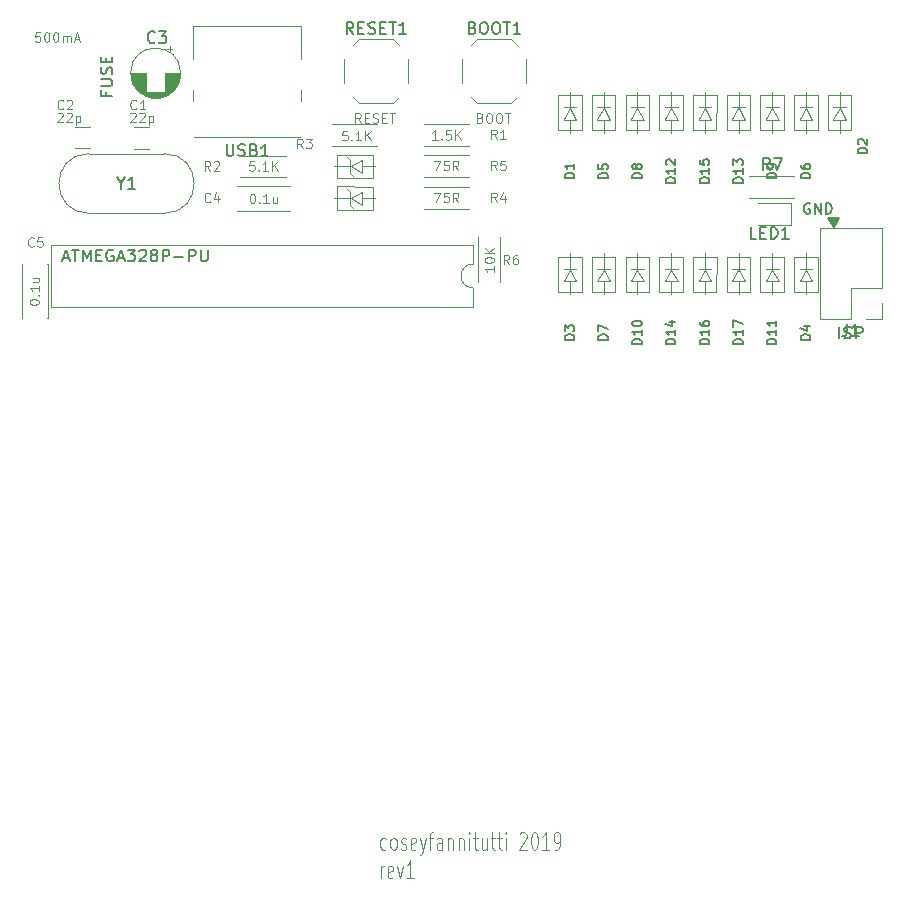
<source format=gbr>
G04 #@! TF.GenerationSoftware,KiCad,Pcbnew,7.0.7*
G04 #@! TF.CreationDate,2023-09-19T16:43:04+02:00*
G04 #@! TF.ProjectId,discipad-pcb,64697363-6970-4616-942d-7063622e6b69,rev?*
G04 #@! TF.SameCoordinates,Original*
G04 #@! TF.FileFunction,Legend,Top*
G04 #@! TF.FilePolarity,Positive*
%FSLAX46Y46*%
G04 Gerber Fmt 4.6, Leading zero omitted, Abs format (unit mm)*
G04 Created by KiCad (PCBNEW 7.0.7) date 2023-09-19 16:43:04*
%MOMM*%
%LPD*%
G01*
G04 APERTURE LIST*
%ADD10C,0.120000*%
%ADD11C,0.150000*%
%ADD12C,0.075000*%
%ADD13C,0.100000*%
G04 APERTURE END LIST*
D10*
X136324321Y-27663811D02*
X136061856Y-27401346D01*
X136061856Y-28976136D02*
X135799391Y-28713671D01*
X136324321Y-30340954D02*
X136061856Y-30078489D01*
X136064831Y-26291931D02*
X135802366Y-26029466D01*
D11*
X177058889Y-31968237D02*
X176533959Y-31180842D01*
X177531326Y-31180842D01*
X177058889Y-31968237D01*
G36*
X177058889Y-31968237D02*
G01*
X176533959Y-31180842D01*
X177531326Y-31180842D01*
X177058889Y-31968237D01*
G37*
D12*
X139140049Y-84607239D02*
X139044811Y-84678667D01*
X139044811Y-84678667D02*
X138854335Y-84678667D01*
X138854335Y-84678667D02*
X138759097Y-84607239D01*
X138759097Y-84607239D02*
X138711478Y-84535810D01*
X138711478Y-84535810D02*
X138663859Y-84392953D01*
X138663859Y-84392953D02*
X138663859Y-83964381D01*
X138663859Y-83964381D02*
X138711478Y-83821524D01*
X138711478Y-83821524D02*
X138759097Y-83750096D01*
X138759097Y-83750096D02*
X138854335Y-83678667D01*
X138854335Y-83678667D02*
X139044811Y-83678667D01*
X139044811Y-83678667D02*
X139140049Y-83750096D01*
X139711478Y-84678667D02*
X139616240Y-84607239D01*
X139616240Y-84607239D02*
X139568621Y-84535810D01*
X139568621Y-84535810D02*
X139521002Y-84392953D01*
X139521002Y-84392953D02*
X139521002Y-83964381D01*
X139521002Y-83964381D02*
X139568621Y-83821524D01*
X139568621Y-83821524D02*
X139616240Y-83750096D01*
X139616240Y-83750096D02*
X139711478Y-83678667D01*
X139711478Y-83678667D02*
X139854335Y-83678667D01*
X139854335Y-83678667D02*
X139949573Y-83750096D01*
X139949573Y-83750096D02*
X139997192Y-83821524D01*
X139997192Y-83821524D02*
X140044811Y-83964381D01*
X140044811Y-83964381D02*
X140044811Y-84392953D01*
X140044811Y-84392953D02*
X139997192Y-84535810D01*
X139997192Y-84535810D02*
X139949573Y-84607239D01*
X139949573Y-84607239D02*
X139854335Y-84678667D01*
X139854335Y-84678667D02*
X139711478Y-84678667D01*
X140425764Y-84607239D02*
X140521002Y-84678667D01*
X140521002Y-84678667D02*
X140711478Y-84678667D01*
X140711478Y-84678667D02*
X140806716Y-84607239D01*
X140806716Y-84607239D02*
X140854335Y-84464381D01*
X140854335Y-84464381D02*
X140854335Y-84392953D01*
X140854335Y-84392953D02*
X140806716Y-84250096D01*
X140806716Y-84250096D02*
X140711478Y-84178667D01*
X140711478Y-84178667D02*
X140568621Y-84178667D01*
X140568621Y-84178667D02*
X140473383Y-84107239D01*
X140473383Y-84107239D02*
X140425764Y-83964381D01*
X140425764Y-83964381D02*
X140425764Y-83892953D01*
X140425764Y-83892953D02*
X140473383Y-83750096D01*
X140473383Y-83750096D02*
X140568621Y-83678667D01*
X140568621Y-83678667D02*
X140711478Y-83678667D01*
X140711478Y-83678667D02*
X140806716Y-83750096D01*
X141663859Y-84607239D02*
X141568621Y-84678667D01*
X141568621Y-84678667D02*
X141378145Y-84678667D01*
X141378145Y-84678667D02*
X141282907Y-84607239D01*
X141282907Y-84607239D02*
X141235288Y-84464381D01*
X141235288Y-84464381D02*
X141235288Y-83892953D01*
X141235288Y-83892953D02*
X141282907Y-83750096D01*
X141282907Y-83750096D02*
X141378145Y-83678667D01*
X141378145Y-83678667D02*
X141568621Y-83678667D01*
X141568621Y-83678667D02*
X141663859Y-83750096D01*
X141663859Y-83750096D02*
X141711478Y-83892953D01*
X141711478Y-83892953D02*
X141711478Y-84035810D01*
X141711478Y-84035810D02*
X141235288Y-84178667D01*
X142044812Y-83678667D02*
X142282907Y-84678667D01*
X142521002Y-83678667D02*
X142282907Y-84678667D01*
X142282907Y-84678667D02*
X142187669Y-85035810D01*
X142187669Y-85035810D02*
X142140050Y-85107239D01*
X142140050Y-85107239D02*
X142044812Y-85178667D01*
X142759098Y-83678667D02*
X143140050Y-83678667D01*
X142901955Y-84678667D02*
X142901955Y-83392953D01*
X142901955Y-83392953D02*
X142949574Y-83250096D01*
X142949574Y-83250096D02*
X143044812Y-83178667D01*
X143044812Y-83178667D02*
X143140050Y-83178667D01*
X143901955Y-84678667D02*
X143901955Y-83892953D01*
X143901955Y-83892953D02*
X143854336Y-83750096D01*
X143854336Y-83750096D02*
X143759098Y-83678667D01*
X143759098Y-83678667D02*
X143568622Y-83678667D01*
X143568622Y-83678667D02*
X143473384Y-83750096D01*
X143901955Y-84607239D02*
X143806717Y-84678667D01*
X143806717Y-84678667D02*
X143568622Y-84678667D01*
X143568622Y-84678667D02*
X143473384Y-84607239D01*
X143473384Y-84607239D02*
X143425765Y-84464381D01*
X143425765Y-84464381D02*
X143425765Y-84321524D01*
X143425765Y-84321524D02*
X143473384Y-84178667D01*
X143473384Y-84178667D02*
X143568622Y-84107239D01*
X143568622Y-84107239D02*
X143806717Y-84107239D01*
X143806717Y-84107239D02*
X143901955Y-84035810D01*
X144378146Y-83678667D02*
X144378146Y-84678667D01*
X144378146Y-83821524D02*
X144425765Y-83750096D01*
X144425765Y-83750096D02*
X144521003Y-83678667D01*
X144521003Y-83678667D02*
X144663860Y-83678667D01*
X144663860Y-83678667D02*
X144759098Y-83750096D01*
X144759098Y-83750096D02*
X144806717Y-83892953D01*
X144806717Y-83892953D02*
X144806717Y-84678667D01*
X145282908Y-83678667D02*
X145282908Y-84678667D01*
X145282908Y-83821524D02*
X145330527Y-83750096D01*
X145330527Y-83750096D02*
X145425765Y-83678667D01*
X145425765Y-83678667D02*
X145568622Y-83678667D01*
X145568622Y-83678667D02*
X145663860Y-83750096D01*
X145663860Y-83750096D02*
X145711479Y-83892953D01*
X145711479Y-83892953D02*
X145711479Y-84678667D01*
X146187670Y-84678667D02*
X146187670Y-83678667D01*
X146187670Y-83178667D02*
X146140051Y-83250096D01*
X146140051Y-83250096D02*
X146187670Y-83321524D01*
X146187670Y-83321524D02*
X146235289Y-83250096D01*
X146235289Y-83250096D02*
X146187670Y-83178667D01*
X146187670Y-83178667D02*
X146187670Y-83321524D01*
X146521003Y-83678667D02*
X146901955Y-83678667D01*
X146663860Y-83178667D02*
X146663860Y-84464381D01*
X146663860Y-84464381D02*
X146711479Y-84607239D01*
X146711479Y-84607239D02*
X146806717Y-84678667D01*
X146806717Y-84678667D02*
X146901955Y-84678667D01*
X147663860Y-83678667D02*
X147663860Y-84678667D01*
X147235289Y-83678667D02*
X147235289Y-84464381D01*
X147235289Y-84464381D02*
X147282908Y-84607239D01*
X147282908Y-84607239D02*
X147378146Y-84678667D01*
X147378146Y-84678667D02*
X147521003Y-84678667D01*
X147521003Y-84678667D02*
X147616241Y-84607239D01*
X147616241Y-84607239D02*
X147663860Y-84535810D01*
X147997194Y-83678667D02*
X148378146Y-83678667D01*
X148140051Y-83178667D02*
X148140051Y-84464381D01*
X148140051Y-84464381D02*
X148187670Y-84607239D01*
X148187670Y-84607239D02*
X148282908Y-84678667D01*
X148282908Y-84678667D02*
X148378146Y-84678667D01*
X148568623Y-83678667D02*
X148949575Y-83678667D01*
X148711480Y-83178667D02*
X148711480Y-84464381D01*
X148711480Y-84464381D02*
X148759099Y-84607239D01*
X148759099Y-84607239D02*
X148854337Y-84678667D01*
X148854337Y-84678667D02*
X148949575Y-84678667D01*
X149282909Y-84678667D02*
X149282909Y-83678667D01*
X149282909Y-83178667D02*
X149235290Y-83250096D01*
X149235290Y-83250096D02*
X149282909Y-83321524D01*
X149282909Y-83321524D02*
X149330528Y-83250096D01*
X149330528Y-83250096D02*
X149282909Y-83178667D01*
X149282909Y-83178667D02*
X149282909Y-83321524D01*
X150473385Y-83321524D02*
X150521004Y-83250096D01*
X150521004Y-83250096D02*
X150616242Y-83178667D01*
X150616242Y-83178667D02*
X150854337Y-83178667D01*
X150854337Y-83178667D02*
X150949575Y-83250096D01*
X150949575Y-83250096D02*
X150997194Y-83321524D01*
X150997194Y-83321524D02*
X151044813Y-83464381D01*
X151044813Y-83464381D02*
X151044813Y-83607239D01*
X151044813Y-83607239D02*
X150997194Y-83821524D01*
X150997194Y-83821524D02*
X150425766Y-84678667D01*
X150425766Y-84678667D02*
X151044813Y-84678667D01*
X151663861Y-83178667D02*
X151759099Y-83178667D01*
X151759099Y-83178667D02*
X151854337Y-83250096D01*
X151854337Y-83250096D02*
X151901956Y-83321524D01*
X151901956Y-83321524D02*
X151949575Y-83464381D01*
X151949575Y-83464381D02*
X151997194Y-83750096D01*
X151997194Y-83750096D02*
X151997194Y-84107239D01*
X151997194Y-84107239D02*
X151949575Y-84392953D01*
X151949575Y-84392953D02*
X151901956Y-84535810D01*
X151901956Y-84535810D02*
X151854337Y-84607239D01*
X151854337Y-84607239D02*
X151759099Y-84678667D01*
X151759099Y-84678667D02*
X151663861Y-84678667D01*
X151663861Y-84678667D02*
X151568623Y-84607239D01*
X151568623Y-84607239D02*
X151521004Y-84535810D01*
X151521004Y-84535810D02*
X151473385Y-84392953D01*
X151473385Y-84392953D02*
X151425766Y-84107239D01*
X151425766Y-84107239D02*
X151425766Y-83750096D01*
X151425766Y-83750096D02*
X151473385Y-83464381D01*
X151473385Y-83464381D02*
X151521004Y-83321524D01*
X151521004Y-83321524D02*
X151568623Y-83250096D01*
X151568623Y-83250096D02*
X151663861Y-83178667D01*
X152949575Y-84678667D02*
X152378147Y-84678667D01*
X152663861Y-84678667D02*
X152663861Y-83178667D01*
X152663861Y-83178667D02*
X152568623Y-83392953D01*
X152568623Y-83392953D02*
X152473385Y-83535810D01*
X152473385Y-83535810D02*
X152378147Y-83607239D01*
X153425766Y-84678667D02*
X153616242Y-84678667D01*
X153616242Y-84678667D02*
X153711480Y-84607239D01*
X153711480Y-84607239D02*
X153759099Y-84535810D01*
X153759099Y-84535810D02*
X153854337Y-84321524D01*
X153854337Y-84321524D02*
X153901956Y-84035810D01*
X153901956Y-84035810D02*
X153901956Y-83464381D01*
X153901956Y-83464381D02*
X153854337Y-83321524D01*
X153854337Y-83321524D02*
X153806718Y-83250096D01*
X153806718Y-83250096D02*
X153711480Y-83178667D01*
X153711480Y-83178667D02*
X153521004Y-83178667D01*
X153521004Y-83178667D02*
X153425766Y-83250096D01*
X153425766Y-83250096D02*
X153378147Y-83321524D01*
X153378147Y-83321524D02*
X153330528Y-83464381D01*
X153330528Y-83464381D02*
X153330528Y-83821524D01*
X153330528Y-83821524D02*
X153378147Y-83964381D01*
X153378147Y-83964381D02*
X153425766Y-84035810D01*
X153425766Y-84035810D02*
X153521004Y-84107239D01*
X153521004Y-84107239D02*
X153711480Y-84107239D01*
X153711480Y-84107239D02*
X153806718Y-84035810D01*
X153806718Y-84035810D02*
X153854337Y-83964381D01*
X153854337Y-83964381D02*
X153901956Y-83821524D01*
X138711478Y-87093667D02*
X138711478Y-86093667D01*
X138711478Y-86379381D02*
X138759097Y-86236524D01*
X138759097Y-86236524D02*
X138806716Y-86165096D01*
X138806716Y-86165096D02*
X138901954Y-86093667D01*
X138901954Y-86093667D02*
X138997192Y-86093667D01*
X139711478Y-87022239D02*
X139616240Y-87093667D01*
X139616240Y-87093667D02*
X139425764Y-87093667D01*
X139425764Y-87093667D02*
X139330526Y-87022239D01*
X139330526Y-87022239D02*
X139282907Y-86879381D01*
X139282907Y-86879381D02*
X139282907Y-86307953D01*
X139282907Y-86307953D02*
X139330526Y-86165096D01*
X139330526Y-86165096D02*
X139425764Y-86093667D01*
X139425764Y-86093667D02*
X139616240Y-86093667D01*
X139616240Y-86093667D02*
X139711478Y-86165096D01*
X139711478Y-86165096D02*
X139759097Y-86307953D01*
X139759097Y-86307953D02*
X139759097Y-86450810D01*
X139759097Y-86450810D02*
X139282907Y-86593667D01*
X140092431Y-86093667D02*
X140330526Y-87093667D01*
X140330526Y-87093667D02*
X140568621Y-86093667D01*
X141473383Y-87093667D02*
X140901955Y-87093667D01*
X141187669Y-87093667D02*
X141187669Y-85593667D01*
X141187669Y-85593667D02*
X141092431Y-85807953D01*
X141092431Y-85807953D02*
X140997193Y-85950810D01*
X140997193Y-85950810D02*
X140901955Y-86022239D01*
D13*
X147122344Y-22728242D02*
X147236630Y-22766337D01*
X147236630Y-22766337D02*
X147274725Y-22804433D01*
X147274725Y-22804433D02*
X147312821Y-22880623D01*
X147312821Y-22880623D02*
X147312821Y-22994909D01*
X147312821Y-22994909D02*
X147274725Y-23071099D01*
X147274725Y-23071099D02*
X147236630Y-23109195D01*
X147236630Y-23109195D02*
X147160440Y-23147290D01*
X147160440Y-23147290D02*
X146855678Y-23147290D01*
X146855678Y-23147290D02*
X146855678Y-22347290D01*
X146855678Y-22347290D02*
X147122344Y-22347290D01*
X147122344Y-22347290D02*
X147198535Y-22385385D01*
X147198535Y-22385385D02*
X147236630Y-22423480D01*
X147236630Y-22423480D02*
X147274725Y-22499671D01*
X147274725Y-22499671D02*
X147274725Y-22575861D01*
X147274725Y-22575861D02*
X147236630Y-22652052D01*
X147236630Y-22652052D02*
X147198535Y-22690147D01*
X147198535Y-22690147D02*
X147122344Y-22728242D01*
X147122344Y-22728242D02*
X146855678Y-22728242D01*
X147808059Y-22347290D02*
X147960440Y-22347290D01*
X147960440Y-22347290D02*
X148036630Y-22385385D01*
X148036630Y-22385385D02*
X148112821Y-22461575D01*
X148112821Y-22461575D02*
X148150916Y-22613956D01*
X148150916Y-22613956D02*
X148150916Y-22880623D01*
X148150916Y-22880623D02*
X148112821Y-23033004D01*
X148112821Y-23033004D02*
X148036630Y-23109195D01*
X148036630Y-23109195D02*
X147960440Y-23147290D01*
X147960440Y-23147290D02*
X147808059Y-23147290D01*
X147808059Y-23147290D02*
X147731868Y-23109195D01*
X147731868Y-23109195D02*
X147655678Y-23033004D01*
X147655678Y-23033004D02*
X147617582Y-22880623D01*
X147617582Y-22880623D02*
X147617582Y-22613956D01*
X147617582Y-22613956D02*
X147655678Y-22461575D01*
X147655678Y-22461575D02*
X147731868Y-22385385D01*
X147731868Y-22385385D02*
X147808059Y-22347290D01*
X148646154Y-22347290D02*
X148798535Y-22347290D01*
X148798535Y-22347290D02*
X148874725Y-22385385D01*
X148874725Y-22385385D02*
X148950916Y-22461575D01*
X148950916Y-22461575D02*
X148989011Y-22613956D01*
X148989011Y-22613956D02*
X148989011Y-22880623D01*
X148989011Y-22880623D02*
X148950916Y-23033004D01*
X148950916Y-23033004D02*
X148874725Y-23109195D01*
X148874725Y-23109195D02*
X148798535Y-23147290D01*
X148798535Y-23147290D02*
X148646154Y-23147290D01*
X148646154Y-23147290D02*
X148569963Y-23109195D01*
X148569963Y-23109195D02*
X148493773Y-23033004D01*
X148493773Y-23033004D02*
X148455677Y-22880623D01*
X148455677Y-22880623D02*
X148455677Y-22613956D01*
X148455677Y-22613956D02*
X148493773Y-22461575D01*
X148493773Y-22461575D02*
X148569963Y-22385385D01*
X148569963Y-22385385D02*
X148646154Y-22347290D01*
X149217582Y-22347290D02*
X149674725Y-22347290D01*
X149446153Y-23147290D02*
X149446153Y-22347290D01*
D11*
X175008357Y-29997354D02*
X174922643Y-29954497D01*
X174922643Y-29954497D02*
X174794071Y-29954497D01*
X174794071Y-29954497D02*
X174665500Y-29997354D01*
X174665500Y-29997354D02*
X174579785Y-30083068D01*
X174579785Y-30083068D02*
X174536928Y-30168782D01*
X174536928Y-30168782D02*
X174494071Y-30340211D01*
X174494071Y-30340211D02*
X174494071Y-30468782D01*
X174494071Y-30468782D02*
X174536928Y-30640211D01*
X174536928Y-30640211D02*
X174579785Y-30725925D01*
X174579785Y-30725925D02*
X174665500Y-30811640D01*
X174665500Y-30811640D02*
X174794071Y-30854497D01*
X174794071Y-30854497D02*
X174879785Y-30854497D01*
X174879785Y-30854497D02*
X175008357Y-30811640D01*
X175008357Y-30811640D02*
X175051214Y-30768782D01*
X175051214Y-30768782D02*
X175051214Y-30468782D01*
X175051214Y-30468782D02*
X174879785Y-30468782D01*
X175436928Y-30854497D02*
X175436928Y-29954497D01*
X175436928Y-29954497D02*
X175951214Y-30854497D01*
X175951214Y-30854497D02*
X175951214Y-29954497D01*
X176379785Y-30854497D02*
X176379785Y-29954497D01*
X176379785Y-29954497D02*
X176594071Y-29954497D01*
X176594071Y-29954497D02*
X176722642Y-29997354D01*
X176722642Y-29997354D02*
X176808357Y-30083068D01*
X176808357Y-30083068D02*
X176851214Y-30168782D01*
X176851214Y-30168782D02*
X176894071Y-30340211D01*
X176894071Y-30340211D02*
X176894071Y-30468782D01*
X176894071Y-30468782D02*
X176851214Y-30640211D01*
X176851214Y-30640211D02*
X176808357Y-30725925D01*
X176808357Y-30725925D02*
X176722642Y-30811640D01*
X176722642Y-30811640D02*
X176594071Y-30854497D01*
X176594071Y-30854497D02*
X176379785Y-30854497D01*
X111793662Y-34587669D02*
X112269852Y-34587669D01*
X111698424Y-34873384D02*
X112031757Y-33873384D01*
X112031757Y-33873384D02*
X112365090Y-34873384D01*
X112555567Y-33873384D02*
X113126995Y-33873384D01*
X112841281Y-34873384D02*
X112841281Y-33873384D01*
X113460329Y-34873384D02*
X113460329Y-33873384D01*
X113460329Y-33873384D02*
X113793662Y-34587669D01*
X113793662Y-34587669D02*
X114126995Y-33873384D01*
X114126995Y-33873384D02*
X114126995Y-34873384D01*
X114603186Y-34349574D02*
X114936519Y-34349574D01*
X115079376Y-34873384D02*
X114603186Y-34873384D01*
X114603186Y-34873384D02*
X114603186Y-33873384D01*
X114603186Y-33873384D02*
X115079376Y-33873384D01*
X116031757Y-33921003D02*
X115936519Y-33873384D01*
X115936519Y-33873384D02*
X115793662Y-33873384D01*
X115793662Y-33873384D02*
X115650805Y-33921003D01*
X115650805Y-33921003D02*
X115555567Y-34016241D01*
X115555567Y-34016241D02*
X115507948Y-34111479D01*
X115507948Y-34111479D02*
X115460329Y-34301955D01*
X115460329Y-34301955D02*
X115460329Y-34444812D01*
X115460329Y-34444812D02*
X115507948Y-34635288D01*
X115507948Y-34635288D02*
X115555567Y-34730526D01*
X115555567Y-34730526D02*
X115650805Y-34825765D01*
X115650805Y-34825765D02*
X115793662Y-34873384D01*
X115793662Y-34873384D02*
X115888900Y-34873384D01*
X115888900Y-34873384D02*
X116031757Y-34825765D01*
X116031757Y-34825765D02*
X116079376Y-34778145D01*
X116079376Y-34778145D02*
X116079376Y-34444812D01*
X116079376Y-34444812D02*
X115888900Y-34444812D01*
X116460329Y-34587669D02*
X116936519Y-34587669D01*
X116365091Y-34873384D02*
X116698424Y-33873384D01*
X116698424Y-33873384D02*
X117031757Y-34873384D01*
X117269853Y-33873384D02*
X117888900Y-33873384D01*
X117888900Y-33873384D02*
X117555567Y-34254336D01*
X117555567Y-34254336D02*
X117698424Y-34254336D01*
X117698424Y-34254336D02*
X117793662Y-34301955D01*
X117793662Y-34301955D02*
X117841281Y-34349574D01*
X117841281Y-34349574D02*
X117888900Y-34444812D01*
X117888900Y-34444812D02*
X117888900Y-34682907D01*
X117888900Y-34682907D02*
X117841281Y-34778145D01*
X117841281Y-34778145D02*
X117793662Y-34825765D01*
X117793662Y-34825765D02*
X117698424Y-34873384D01*
X117698424Y-34873384D02*
X117412710Y-34873384D01*
X117412710Y-34873384D02*
X117317472Y-34825765D01*
X117317472Y-34825765D02*
X117269853Y-34778145D01*
X118269853Y-33968622D02*
X118317472Y-33921003D01*
X118317472Y-33921003D02*
X118412710Y-33873384D01*
X118412710Y-33873384D02*
X118650805Y-33873384D01*
X118650805Y-33873384D02*
X118746043Y-33921003D01*
X118746043Y-33921003D02*
X118793662Y-33968622D01*
X118793662Y-33968622D02*
X118841281Y-34063860D01*
X118841281Y-34063860D02*
X118841281Y-34159098D01*
X118841281Y-34159098D02*
X118793662Y-34301955D01*
X118793662Y-34301955D02*
X118222234Y-34873384D01*
X118222234Y-34873384D02*
X118841281Y-34873384D01*
X119412710Y-34301955D02*
X119317472Y-34254336D01*
X119317472Y-34254336D02*
X119269853Y-34206717D01*
X119269853Y-34206717D02*
X119222234Y-34111479D01*
X119222234Y-34111479D02*
X119222234Y-34063860D01*
X119222234Y-34063860D02*
X119269853Y-33968622D01*
X119269853Y-33968622D02*
X119317472Y-33921003D01*
X119317472Y-33921003D02*
X119412710Y-33873384D01*
X119412710Y-33873384D02*
X119603186Y-33873384D01*
X119603186Y-33873384D02*
X119698424Y-33921003D01*
X119698424Y-33921003D02*
X119746043Y-33968622D01*
X119746043Y-33968622D02*
X119793662Y-34063860D01*
X119793662Y-34063860D02*
X119793662Y-34111479D01*
X119793662Y-34111479D02*
X119746043Y-34206717D01*
X119746043Y-34206717D02*
X119698424Y-34254336D01*
X119698424Y-34254336D02*
X119603186Y-34301955D01*
X119603186Y-34301955D02*
X119412710Y-34301955D01*
X119412710Y-34301955D02*
X119317472Y-34349574D01*
X119317472Y-34349574D02*
X119269853Y-34397193D01*
X119269853Y-34397193D02*
X119222234Y-34492431D01*
X119222234Y-34492431D02*
X119222234Y-34682907D01*
X119222234Y-34682907D02*
X119269853Y-34778145D01*
X119269853Y-34778145D02*
X119317472Y-34825765D01*
X119317472Y-34825765D02*
X119412710Y-34873384D01*
X119412710Y-34873384D02*
X119603186Y-34873384D01*
X119603186Y-34873384D02*
X119698424Y-34825765D01*
X119698424Y-34825765D02*
X119746043Y-34778145D01*
X119746043Y-34778145D02*
X119793662Y-34682907D01*
X119793662Y-34682907D02*
X119793662Y-34492431D01*
X119793662Y-34492431D02*
X119746043Y-34397193D01*
X119746043Y-34397193D02*
X119698424Y-34349574D01*
X119698424Y-34349574D02*
X119603186Y-34301955D01*
X120222234Y-34873384D02*
X120222234Y-33873384D01*
X120222234Y-33873384D02*
X120603186Y-33873384D01*
X120603186Y-33873384D02*
X120698424Y-33921003D01*
X120698424Y-33921003D02*
X120746043Y-33968622D01*
X120746043Y-33968622D02*
X120793662Y-34063860D01*
X120793662Y-34063860D02*
X120793662Y-34206717D01*
X120793662Y-34206717D02*
X120746043Y-34301955D01*
X120746043Y-34301955D02*
X120698424Y-34349574D01*
X120698424Y-34349574D02*
X120603186Y-34397193D01*
X120603186Y-34397193D02*
X120222234Y-34397193D01*
X121222234Y-34492431D02*
X121984139Y-34492431D01*
X122460329Y-34873384D02*
X122460329Y-33873384D01*
X122460329Y-33873384D02*
X122841281Y-33873384D01*
X122841281Y-33873384D02*
X122936519Y-33921003D01*
X122936519Y-33921003D02*
X122984138Y-33968622D01*
X122984138Y-33968622D02*
X123031757Y-34063860D01*
X123031757Y-34063860D02*
X123031757Y-34206717D01*
X123031757Y-34206717D02*
X122984138Y-34301955D01*
X122984138Y-34301955D02*
X122936519Y-34349574D01*
X122936519Y-34349574D02*
X122841281Y-34397193D01*
X122841281Y-34397193D02*
X122460329Y-34397193D01*
X123460329Y-33873384D02*
X123460329Y-34682907D01*
X123460329Y-34682907D02*
X123507948Y-34778145D01*
X123507948Y-34778145D02*
X123555567Y-34825765D01*
X123555567Y-34825765D02*
X123650805Y-34873384D01*
X123650805Y-34873384D02*
X123841281Y-34873384D01*
X123841281Y-34873384D02*
X123936519Y-34825765D01*
X123936519Y-34825765D02*
X123984138Y-34778145D01*
X123984138Y-34778145D02*
X124031757Y-34682907D01*
X124031757Y-34682907D02*
X124031757Y-33873384D01*
X177500010Y-41399359D02*
X177500010Y-40399359D01*
X177928581Y-41351740D02*
X178071438Y-41399359D01*
X178071438Y-41399359D02*
X178309533Y-41399359D01*
X178309533Y-41399359D02*
X178404771Y-41351740D01*
X178404771Y-41351740D02*
X178452390Y-41304120D01*
X178452390Y-41304120D02*
X178500009Y-41208882D01*
X178500009Y-41208882D02*
X178500009Y-41113644D01*
X178500009Y-41113644D02*
X178452390Y-41018406D01*
X178452390Y-41018406D02*
X178404771Y-40970787D01*
X178404771Y-40970787D02*
X178309533Y-40923168D01*
X178309533Y-40923168D02*
X178119057Y-40875549D01*
X178119057Y-40875549D02*
X178023819Y-40827930D01*
X178023819Y-40827930D02*
X177976200Y-40780311D01*
X177976200Y-40780311D02*
X177928581Y-40685073D01*
X177928581Y-40685073D02*
X177928581Y-40589835D01*
X177928581Y-40589835D02*
X177976200Y-40494597D01*
X177976200Y-40494597D02*
X178023819Y-40446978D01*
X178023819Y-40446978D02*
X178119057Y-40399359D01*
X178119057Y-40399359D02*
X178357152Y-40399359D01*
X178357152Y-40399359D02*
X178500009Y-40446978D01*
X178928581Y-41399359D02*
X178928581Y-40399359D01*
X178928581Y-40399359D02*
X179309533Y-40399359D01*
X179309533Y-40399359D02*
X179404771Y-40446978D01*
X179404771Y-40446978D02*
X179452390Y-40494597D01*
X179452390Y-40494597D02*
X179500009Y-40589835D01*
X179500009Y-40589835D02*
X179500009Y-40732692D01*
X179500009Y-40732692D02*
X179452390Y-40827930D01*
X179452390Y-40827930D02*
X179404771Y-40875549D01*
X179404771Y-40875549D02*
X179309533Y-40923168D01*
X179309533Y-40923168D02*
X178928581Y-40923168D01*
D13*
X137002302Y-23129792D02*
X136735635Y-22748839D01*
X136545159Y-23129792D02*
X136545159Y-22329792D01*
X136545159Y-22329792D02*
X136849921Y-22329792D01*
X136849921Y-22329792D02*
X136926111Y-22367887D01*
X136926111Y-22367887D02*
X136964206Y-22405982D01*
X136964206Y-22405982D02*
X137002302Y-22482173D01*
X137002302Y-22482173D02*
X137002302Y-22596458D01*
X137002302Y-22596458D02*
X136964206Y-22672649D01*
X136964206Y-22672649D02*
X136926111Y-22710744D01*
X136926111Y-22710744D02*
X136849921Y-22748839D01*
X136849921Y-22748839D02*
X136545159Y-22748839D01*
X137345159Y-22710744D02*
X137611825Y-22710744D01*
X137726111Y-23129792D02*
X137345159Y-23129792D01*
X137345159Y-23129792D02*
X137345159Y-22329792D01*
X137345159Y-22329792D02*
X137726111Y-22329792D01*
X138030873Y-23091697D02*
X138145159Y-23129792D01*
X138145159Y-23129792D02*
X138335635Y-23129792D01*
X138335635Y-23129792D02*
X138411826Y-23091697D01*
X138411826Y-23091697D02*
X138449921Y-23053601D01*
X138449921Y-23053601D02*
X138488016Y-22977411D01*
X138488016Y-22977411D02*
X138488016Y-22901220D01*
X138488016Y-22901220D02*
X138449921Y-22825030D01*
X138449921Y-22825030D02*
X138411826Y-22786935D01*
X138411826Y-22786935D02*
X138335635Y-22748839D01*
X138335635Y-22748839D02*
X138183254Y-22710744D01*
X138183254Y-22710744D02*
X138107064Y-22672649D01*
X138107064Y-22672649D02*
X138068969Y-22634554D01*
X138068969Y-22634554D02*
X138030873Y-22558363D01*
X138030873Y-22558363D02*
X138030873Y-22482173D01*
X138030873Y-22482173D02*
X138068969Y-22405982D01*
X138068969Y-22405982D02*
X138107064Y-22367887D01*
X138107064Y-22367887D02*
X138183254Y-22329792D01*
X138183254Y-22329792D02*
X138373731Y-22329792D01*
X138373731Y-22329792D02*
X138488016Y-22367887D01*
X138830874Y-22710744D02*
X139097540Y-22710744D01*
X139211826Y-23129792D02*
X138830874Y-23129792D01*
X138830874Y-23129792D02*
X138830874Y-22329792D01*
X138830874Y-22329792D02*
X139211826Y-22329792D01*
X139440398Y-22329792D02*
X139897541Y-22329792D01*
X139668969Y-23129792D02*
X139668969Y-22329792D01*
D11*
X155078756Y-27817805D02*
X154278756Y-27817805D01*
X154278756Y-27817805D02*
X154278756Y-27627329D01*
X154278756Y-27627329D02*
X154316851Y-27513043D01*
X154316851Y-27513043D02*
X154393041Y-27436853D01*
X154393041Y-27436853D02*
X154469232Y-27398758D01*
X154469232Y-27398758D02*
X154621613Y-27360662D01*
X154621613Y-27360662D02*
X154735899Y-27360662D01*
X154735899Y-27360662D02*
X154888280Y-27398758D01*
X154888280Y-27398758D02*
X154964470Y-27436853D01*
X154964470Y-27436853D02*
X155040661Y-27513043D01*
X155040661Y-27513043D02*
X155078756Y-27627329D01*
X155078756Y-27627329D02*
X155078756Y-27817805D01*
X155078756Y-26598758D02*
X155078756Y-27055901D01*
X155078756Y-26827329D02*
X154278756Y-26827329D01*
X154278756Y-26827329D02*
X154393041Y-26903520D01*
X154393041Y-26903520D02*
X154469232Y-26979710D01*
X154469232Y-26979710D02*
X154507327Y-27055901D01*
X179888355Y-25734622D02*
X179088355Y-25734622D01*
X179088355Y-25734622D02*
X179088355Y-25544146D01*
X179088355Y-25544146D02*
X179126450Y-25429860D01*
X179126450Y-25429860D02*
X179202640Y-25353670D01*
X179202640Y-25353670D02*
X179278831Y-25315575D01*
X179278831Y-25315575D02*
X179431212Y-25277479D01*
X179431212Y-25277479D02*
X179545498Y-25277479D01*
X179545498Y-25277479D02*
X179697879Y-25315575D01*
X179697879Y-25315575D02*
X179774069Y-25353670D01*
X179774069Y-25353670D02*
X179850260Y-25429860D01*
X179850260Y-25429860D02*
X179888355Y-25544146D01*
X179888355Y-25544146D02*
X179888355Y-25734622D01*
X179164545Y-24972718D02*
X179126450Y-24934622D01*
X179126450Y-24934622D02*
X179088355Y-24858432D01*
X179088355Y-24858432D02*
X179088355Y-24667956D01*
X179088355Y-24667956D02*
X179126450Y-24591765D01*
X179126450Y-24591765D02*
X179164545Y-24553670D01*
X179164545Y-24553670D02*
X179240736Y-24515575D01*
X179240736Y-24515575D02*
X179316926Y-24515575D01*
X179316926Y-24515575D02*
X179431212Y-24553670D01*
X179431212Y-24553670D02*
X179888355Y-25010813D01*
X179888355Y-25010813D02*
X179888355Y-24515575D01*
X155078756Y-41499218D02*
X154278756Y-41499218D01*
X154278756Y-41499218D02*
X154278756Y-41308742D01*
X154278756Y-41308742D02*
X154316851Y-41194456D01*
X154316851Y-41194456D02*
X154393041Y-41118266D01*
X154393041Y-41118266D02*
X154469232Y-41080171D01*
X154469232Y-41080171D02*
X154621613Y-41042075D01*
X154621613Y-41042075D02*
X154735899Y-41042075D01*
X154735899Y-41042075D02*
X154888280Y-41080171D01*
X154888280Y-41080171D02*
X154964470Y-41118266D01*
X154964470Y-41118266D02*
X155040661Y-41194456D01*
X155040661Y-41194456D02*
X155078756Y-41308742D01*
X155078756Y-41308742D02*
X155078756Y-41499218D01*
X154278756Y-40775409D02*
X154278756Y-40280171D01*
X154278756Y-40280171D02*
X154583518Y-40546837D01*
X154583518Y-40546837D02*
X154583518Y-40432552D01*
X154583518Y-40432552D02*
X154621613Y-40356361D01*
X154621613Y-40356361D02*
X154659708Y-40318266D01*
X154659708Y-40318266D02*
X154735899Y-40280171D01*
X154735899Y-40280171D02*
X154926375Y-40280171D01*
X154926375Y-40280171D02*
X155002565Y-40318266D01*
X155002565Y-40318266D02*
X155040661Y-40356361D01*
X155040661Y-40356361D02*
X155078756Y-40432552D01*
X155078756Y-40432552D02*
X155078756Y-40661123D01*
X155078756Y-40661123D02*
X155040661Y-40737314D01*
X155040661Y-40737314D02*
X155002565Y-40775409D01*
X175058905Y-41499218D02*
X174258905Y-41499218D01*
X174258905Y-41499218D02*
X174258905Y-41308742D01*
X174258905Y-41308742D02*
X174297000Y-41194456D01*
X174297000Y-41194456D02*
X174373190Y-41118266D01*
X174373190Y-41118266D02*
X174449381Y-41080171D01*
X174449381Y-41080171D02*
X174601762Y-41042075D01*
X174601762Y-41042075D02*
X174716048Y-41042075D01*
X174716048Y-41042075D02*
X174868429Y-41080171D01*
X174868429Y-41080171D02*
X174944619Y-41118266D01*
X174944619Y-41118266D02*
X175020810Y-41194456D01*
X175020810Y-41194456D02*
X175058905Y-41308742D01*
X175058905Y-41308742D02*
X175058905Y-41499218D01*
X174525571Y-40356361D02*
X175058905Y-40356361D01*
X174220810Y-40546837D02*
X174792238Y-40737314D01*
X174792238Y-40737314D02*
X174792238Y-40242075D01*
X157933062Y-27817805D02*
X157133062Y-27817805D01*
X157133062Y-27817805D02*
X157133062Y-27627329D01*
X157133062Y-27627329D02*
X157171157Y-27513043D01*
X157171157Y-27513043D02*
X157247347Y-27436853D01*
X157247347Y-27436853D02*
X157323538Y-27398758D01*
X157323538Y-27398758D02*
X157475919Y-27360662D01*
X157475919Y-27360662D02*
X157590205Y-27360662D01*
X157590205Y-27360662D02*
X157742586Y-27398758D01*
X157742586Y-27398758D02*
X157818776Y-27436853D01*
X157818776Y-27436853D02*
X157894967Y-27513043D01*
X157894967Y-27513043D02*
X157933062Y-27627329D01*
X157933062Y-27627329D02*
X157933062Y-27817805D01*
X157133062Y-26636853D02*
X157133062Y-27017805D01*
X157133062Y-27017805D02*
X157514014Y-27055901D01*
X157514014Y-27055901D02*
X157475919Y-27017805D01*
X157475919Y-27017805D02*
X157437824Y-26941615D01*
X157437824Y-26941615D02*
X157437824Y-26751139D01*
X157437824Y-26751139D02*
X157475919Y-26674948D01*
X157475919Y-26674948D02*
X157514014Y-26636853D01*
X157514014Y-26636853D02*
X157590205Y-26598758D01*
X157590205Y-26598758D02*
X157780681Y-26598758D01*
X157780681Y-26598758D02*
X157856871Y-26636853D01*
X157856871Y-26636853D02*
X157894967Y-26674948D01*
X157894967Y-26674948D02*
X157933062Y-26751139D01*
X157933062Y-26751139D02*
X157933062Y-26941615D01*
X157933062Y-26941615D02*
X157894967Y-27017805D01*
X157894967Y-27017805D02*
X157856871Y-27055901D01*
X175058905Y-27817805D02*
X174258905Y-27817805D01*
X174258905Y-27817805D02*
X174258905Y-27627329D01*
X174258905Y-27627329D02*
X174297000Y-27513043D01*
X174297000Y-27513043D02*
X174373190Y-27436853D01*
X174373190Y-27436853D02*
X174449381Y-27398758D01*
X174449381Y-27398758D02*
X174601762Y-27360662D01*
X174601762Y-27360662D02*
X174716048Y-27360662D01*
X174716048Y-27360662D02*
X174868429Y-27398758D01*
X174868429Y-27398758D02*
X174944619Y-27436853D01*
X174944619Y-27436853D02*
X175020810Y-27513043D01*
X175020810Y-27513043D02*
X175058905Y-27627329D01*
X175058905Y-27627329D02*
X175058905Y-27817805D01*
X174258905Y-26674948D02*
X174258905Y-26827329D01*
X174258905Y-26827329D02*
X174297000Y-26903520D01*
X174297000Y-26903520D02*
X174335095Y-26941615D01*
X174335095Y-26941615D02*
X174449381Y-27017805D01*
X174449381Y-27017805D02*
X174601762Y-27055901D01*
X174601762Y-27055901D02*
X174906524Y-27055901D01*
X174906524Y-27055901D02*
X174982714Y-27017805D01*
X174982714Y-27017805D02*
X175020810Y-26979710D01*
X175020810Y-26979710D02*
X175058905Y-26903520D01*
X175058905Y-26903520D02*
X175058905Y-26751139D01*
X175058905Y-26751139D02*
X175020810Y-26674948D01*
X175020810Y-26674948D02*
X174982714Y-26636853D01*
X174982714Y-26636853D02*
X174906524Y-26598758D01*
X174906524Y-26598758D02*
X174716048Y-26598758D01*
X174716048Y-26598758D02*
X174639857Y-26636853D01*
X174639857Y-26636853D02*
X174601762Y-26674948D01*
X174601762Y-26674948D02*
X174563667Y-26751139D01*
X174563667Y-26751139D02*
X174563667Y-26903520D01*
X174563667Y-26903520D02*
X174601762Y-26979710D01*
X174601762Y-26979710D02*
X174639857Y-27017805D01*
X174639857Y-27017805D02*
X174716048Y-27055901D01*
X157933062Y-41499218D02*
X157133062Y-41499218D01*
X157133062Y-41499218D02*
X157133062Y-41308742D01*
X157133062Y-41308742D02*
X157171157Y-41194456D01*
X157171157Y-41194456D02*
X157247347Y-41118266D01*
X157247347Y-41118266D02*
X157323538Y-41080171D01*
X157323538Y-41080171D02*
X157475919Y-41042075D01*
X157475919Y-41042075D02*
X157590205Y-41042075D01*
X157590205Y-41042075D02*
X157742586Y-41080171D01*
X157742586Y-41080171D02*
X157818776Y-41118266D01*
X157818776Y-41118266D02*
X157894967Y-41194456D01*
X157894967Y-41194456D02*
X157933062Y-41308742D01*
X157933062Y-41308742D02*
X157933062Y-41499218D01*
X157133062Y-40775409D02*
X157133062Y-40242075D01*
X157133062Y-40242075D02*
X157933062Y-40584933D01*
X160787368Y-27817805D02*
X159987368Y-27817805D01*
X159987368Y-27817805D02*
X159987368Y-27627329D01*
X159987368Y-27627329D02*
X160025463Y-27513043D01*
X160025463Y-27513043D02*
X160101653Y-27436853D01*
X160101653Y-27436853D02*
X160177844Y-27398758D01*
X160177844Y-27398758D02*
X160330225Y-27360662D01*
X160330225Y-27360662D02*
X160444511Y-27360662D01*
X160444511Y-27360662D02*
X160596892Y-27398758D01*
X160596892Y-27398758D02*
X160673082Y-27436853D01*
X160673082Y-27436853D02*
X160749273Y-27513043D01*
X160749273Y-27513043D02*
X160787368Y-27627329D01*
X160787368Y-27627329D02*
X160787368Y-27817805D01*
X160330225Y-26903520D02*
X160292130Y-26979710D01*
X160292130Y-26979710D02*
X160254034Y-27017805D01*
X160254034Y-27017805D02*
X160177844Y-27055901D01*
X160177844Y-27055901D02*
X160139749Y-27055901D01*
X160139749Y-27055901D02*
X160063558Y-27017805D01*
X160063558Y-27017805D02*
X160025463Y-26979710D01*
X160025463Y-26979710D02*
X159987368Y-26903520D01*
X159987368Y-26903520D02*
X159987368Y-26751139D01*
X159987368Y-26751139D02*
X160025463Y-26674948D01*
X160025463Y-26674948D02*
X160063558Y-26636853D01*
X160063558Y-26636853D02*
X160139749Y-26598758D01*
X160139749Y-26598758D02*
X160177844Y-26598758D01*
X160177844Y-26598758D02*
X160254034Y-26636853D01*
X160254034Y-26636853D02*
X160292130Y-26674948D01*
X160292130Y-26674948D02*
X160330225Y-26751139D01*
X160330225Y-26751139D02*
X160330225Y-26903520D01*
X160330225Y-26903520D02*
X160368320Y-26979710D01*
X160368320Y-26979710D02*
X160406415Y-27017805D01*
X160406415Y-27017805D02*
X160482606Y-27055901D01*
X160482606Y-27055901D02*
X160634987Y-27055901D01*
X160634987Y-27055901D02*
X160711177Y-27017805D01*
X160711177Y-27017805D02*
X160749273Y-26979710D01*
X160749273Y-26979710D02*
X160787368Y-26903520D01*
X160787368Y-26903520D02*
X160787368Y-26751139D01*
X160787368Y-26751139D02*
X160749273Y-26674948D01*
X160749273Y-26674948D02*
X160711177Y-26636853D01*
X160711177Y-26636853D02*
X160634987Y-26598758D01*
X160634987Y-26598758D02*
X160482606Y-26598758D01*
X160482606Y-26598758D02*
X160406415Y-26636853D01*
X160406415Y-26636853D02*
X160368320Y-26674948D01*
X160368320Y-26674948D02*
X160330225Y-26751139D01*
X172204592Y-27817805D02*
X171404592Y-27817805D01*
X171404592Y-27817805D02*
X171404592Y-27627329D01*
X171404592Y-27627329D02*
X171442687Y-27513043D01*
X171442687Y-27513043D02*
X171518877Y-27436853D01*
X171518877Y-27436853D02*
X171595068Y-27398758D01*
X171595068Y-27398758D02*
X171747449Y-27360662D01*
X171747449Y-27360662D02*
X171861735Y-27360662D01*
X171861735Y-27360662D02*
X172014116Y-27398758D01*
X172014116Y-27398758D02*
X172090306Y-27436853D01*
X172090306Y-27436853D02*
X172166497Y-27513043D01*
X172166497Y-27513043D02*
X172204592Y-27627329D01*
X172204592Y-27627329D02*
X172204592Y-27817805D01*
X172204592Y-26979710D02*
X172204592Y-26827329D01*
X172204592Y-26827329D02*
X172166497Y-26751139D01*
X172166497Y-26751139D02*
X172128401Y-26713043D01*
X172128401Y-26713043D02*
X172014116Y-26636853D01*
X172014116Y-26636853D02*
X171861735Y-26598758D01*
X171861735Y-26598758D02*
X171556973Y-26598758D01*
X171556973Y-26598758D02*
X171480782Y-26636853D01*
X171480782Y-26636853D02*
X171442687Y-26674948D01*
X171442687Y-26674948D02*
X171404592Y-26751139D01*
X171404592Y-26751139D02*
X171404592Y-26903520D01*
X171404592Y-26903520D02*
X171442687Y-26979710D01*
X171442687Y-26979710D02*
X171480782Y-27017805D01*
X171480782Y-27017805D02*
X171556973Y-27055901D01*
X171556973Y-27055901D02*
X171747449Y-27055901D01*
X171747449Y-27055901D02*
X171823639Y-27017805D01*
X171823639Y-27017805D02*
X171861735Y-26979710D01*
X171861735Y-26979710D02*
X171899830Y-26903520D01*
X171899830Y-26903520D02*
X171899830Y-26751139D01*
X171899830Y-26751139D02*
X171861735Y-26674948D01*
X171861735Y-26674948D02*
X171823639Y-26636853D01*
X171823639Y-26636853D02*
X171747449Y-26598758D01*
X160787368Y-41880171D02*
X159987368Y-41880171D01*
X159987368Y-41880171D02*
X159987368Y-41689695D01*
X159987368Y-41689695D02*
X160025463Y-41575409D01*
X160025463Y-41575409D02*
X160101653Y-41499219D01*
X160101653Y-41499219D02*
X160177844Y-41461124D01*
X160177844Y-41461124D02*
X160330225Y-41423028D01*
X160330225Y-41423028D02*
X160444511Y-41423028D01*
X160444511Y-41423028D02*
X160596892Y-41461124D01*
X160596892Y-41461124D02*
X160673082Y-41499219D01*
X160673082Y-41499219D02*
X160749273Y-41575409D01*
X160749273Y-41575409D02*
X160787368Y-41689695D01*
X160787368Y-41689695D02*
X160787368Y-41880171D01*
X160787368Y-40661124D02*
X160787368Y-41118267D01*
X160787368Y-40889695D02*
X159987368Y-40889695D01*
X159987368Y-40889695D02*
X160101653Y-40965886D01*
X160101653Y-40965886D02*
X160177844Y-41042076D01*
X160177844Y-41042076D02*
X160215939Y-41118267D01*
X159987368Y-40165885D02*
X159987368Y-40089695D01*
X159987368Y-40089695D02*
X160025463Y-40013504D01*
X160025463Y-40013504D02*
X160063558Y-39975409D01*
X160063558Y-39975409D02*
X160139749Y-39937314D01*
X160139749Y-39937314D02*
X160292130Y-39899219D01*
X160292130Y-39899219D02*
X160482606Y-39899219D01*
X160482606Y-39899219D02*
X160634987Y-39937314D01*
X160634987Y-39937314D02*
X160711177Y-39975409D01*
X160711177Y-39975409D02*
X160749273Y-40013504D01*
X160749273Y-40013504D02*
X160787368Y-40089695D01*
X160787368Y-40089695D02*
X160787368Y-40165885D01*
X160787368Y-40165885D02*
X160749273Y-40242076D01*
X160749273Y-40242076D02*
X160711177Y-40280171D01*
X160711177Y-40280171D02*
X160634987Y-40318266D01*
X160634987Y-40318266D02*
X160482606Y-40356362D01*
X160482606Y-40356362D02*
X160292130Y-40356362D01*
X160292130Y-40356362D02*
X160139749Y-40318266D01*
X160139749Y-40318266D02*
X160063558Y-40280171D01*
X160063558Y-40280171D02*
X160025463Y-40242076D01*
X160025463Y-40242076D02*
X159987368Y-40165885D01*
X172204592Y-41880171D02*
X171404592Y-41880171D01*
X171404592Y-41880171D02*
X171404592Y-41689695D01*
X171404592Y-41689695D02*
X171442687Y-41575409D01*
X171442687Y-41575409D02*
X171518877Y-41499219D01*
X171518877Y-41499219D02*
X171595068Y-41461124D01*
X171595068Y-41461124D02*
X171747449Y-41423028D01*
X171747449Y-41423028D02*
X171861735Y-41423028D01*
X171861735Y-41423028D02*
X172014116Y-41461124D01*
X172014116Y-41461124D02*
X172090306Y-41499219D01*
X172090306Y-41499219D02*
X172166497Y-41575409D01*
X172166497Y-41575409D02*
X172204592Y-41689695D01*
X172204592Y-41689695D02*
X172204592Y-41880171D01*
X172204592Y-40661124D02*
X172204592Y-41118267D01*
X172204592Y-40889695D02*
X171404592Y-40889695D01*
X171404592Y-40889695D02*
X171518877Y-40965886D01*
X171518877Y-40965886D02*
X171595068Y-41042076D01*
X171595068Y-41042076D02*
X171633163Y-41118267D01*
X172204592Y-39899219D02*
X172204592Y-40356362D01*
X172204592Y-40127790D02*
X171404592Y-40127790D01*
X171404592Y-40127790D02*
X171518877Y-40203981D01*
X171518877Y-40203981D02*
X171595068Y-40280171D01*
X171595068Y-40280171D02*
X171633163Y-40356362D01*
X163641674Y-28198758D02*
X162841674Y-28198758D01*
X162841674Y-28198758D02*
X162841674Y-28008282D01*
X162841674Y-28008282D02*
X162879769Y-27893996D01*
X162879769Y-27893996D02*
X162955959Y-27817806D01*
X162955959Y-27817806D02*
X163032150Y-27779711D01*
X163032150Y-27779711D02*
X163184531Y-27741615D01*
X163184531Y-27741615D02*
X163298817Y-27741615D01*
X163298817Y-27741615D02*
X163451198Y-27779711D01*
X163451198Y-27779711D02*
X163527388Y-27817806D01*
X163527388Y-27817806D02*
X163603579Y-27893996D01*
X163603579Y-27893996D02*
X163641674Y-28008282D01*
X163641674Y-28008282D02*
X163641674Y-28198758D01*
X163641674Y-26979711D02*
X163641674Y-27436854D01*
X163641674Y-27208282D02*
X162841674Y-27208282D01*
X162841674Y-27208282D02*
X162955959Y-27284473D01*
X162955959Y-27284473D02*
X163032150Y-27360663D01*
X163032150Y-27360663D02*
X163070245Y-27436854D01*
X162917864Y-26674949D02*
X162879769Y-26636853D01*
X162879769Y-26636853D02*
X162841674Y-26560663D01*
X162841674Y-26560663D02*
X162841674Y-26370187D01*
X162841674Y-26370187D02*
X162879769Y-26293996D01*
X162879769Y-26293996D02*
X162917864Y-26255901D01*
X162917864Y-26255901D02*
X162994055Y-26217806D01*
X162994055Y-26217806D02*
X163070245Y-26217806D01*
X163070245Y-26217806D02*
X163184531Y-26255901D01*
X163184531Y-26255901D02*
X163641674Y-26713044D01*
X163641674Y-26713044D02*
X163641674Y-26217806D01*
X169350286Y-28198758D02*
X168550286Y-28198758D01*
X168550286Y-28198758D02*
X168550286Y-28008282D01*
X168550286Y-28008282D02*
X168588381Y-27893996D01*
X168588381Y-27893996D02*
X168664571Y-27817806D01*
X168664571Y-27817806D02*
X168740762Y-27779711D01*
X168740762Y-27779711D02*
X168893143Y-27741615D01*
X168893143Y-27741615D02*
X169007429Y-27741615D01*
X169007429Y-27741615D02*
X169159810Y-27779711D01*
X169159810Y-27779711D02*
X169236000Y-27817806D01*
X169236000Y-27817806D02*
X169312191Y-27893996D01*
X169312191Y-27893996D02*
X169350286Y-28008282D01*
X169350286Y-28008282D02*
X169350286Y-28198758D01*
X169350286Y-26979711D02*
X169350286Y-27436854D01*
X169350286Y-27208282D02*
X168550286Y-27208282D01*
X168550286Y-27208282D02*
X168664571Y-27284473D01*
X168664571Y-27284473D02*
X168740762Y-27360663D01*
X168740762Y-27360663D02*
X168778857Y-27436854D01*
X168550286Y-26713044D02*
X168550286Y-26217806D01*
X168550286Y-26217806D02*
X168855048Y-26484472D01*
X168855048Y-26484472D02*
X168855048Y-26370187D01*
X168855048Y-26370187D02*
X168893143Y-26293996D01*
X168893143Y-26293996D02*
X168931238Y-26255901D01*
X168931238Y-26255901D02*
X169007429Y-26217806D01*
X169007429Y-26217806D02*
X169197905Y-26217806D01*
X169197905Y-26217806D02*
X169274095Y-26255901D01*
X169274095Y-26255901D02*
X169312191Y-26293996D01*
X169312191Y-26293996D02*
X169350286Y-26370187D01*
X169350286Y-26370187D02*
X169350286Y-26598758D01*
X169350286Y-26598758D02*
X169312191Y-26674949D01*
X169312191Y-26674949D02*
X169274095Y-26713044D01*
X163641674Y-41880171D02*
X162841674Y-41880171D01*
X162841674Y-41880171D02*
X162841674Y-41689695D01*
X162841674Y-41689695D02*
X162879769Y-41575409D01*
X162879769Y-41575409D02*
X162955959Y-41499219D01*
X162955959Y-41499219D02*
X163032150Y-41461124D01*
X163032150Y-41461124D02*
X163184531Y-41423028D01*
X163184531Y-41423028D02*
X163298817Y-41423028D01*
X163298817Y-41423028D02*
X163451198Y-41461124D01*
X163451198Y-41461124D02*
X163527388Y-41499219D01*
X163527388Y-41499219D02*
X163603579Y-41575409D01*
X163603579Y-41575409D02*
X163641674Y-41689695D01*
X163641674Y-41689695D02*
X163641674Y-41880171D01*
X163641674Y-40661124D02*
X163641674Y-41118267D01*
X163641674Y-40889695D02*
X162841674Y-40889695D01*
X162841674Y-40889695D02*
X162955959Y-40965886D01*
X162955959Y-40965886D02*
X163032150Y-41042076D01*
X163032150Y-41042076D02*
X163070245Y-41118267D01*
X163108340Y-39975409D02*
X163641674Y-39975409D01*
X162803579Y-40165885D02*
X163375007Y-40356362D01*
X163375007Y-40356362D02*
X163375007Y-39861123D01*
X166495980Y-28198758D02*
X165695980Y-28198758D01*
X165695980Y-28198758D02*
X165695980Y-28008282D01*
X165695980Y-28008282D02*
X165734075Y-27893996D01*
X165734075Y-27893996D02*
X165810265Y-27817806D01*
X165810265Y-27817806D02*
X165886456Y-27779711D01*
X165886456Y-27779711D02*
X166038837Y-27741615D01*
X166038837Y-27741615D02*
X166153123Y-27741615D01*
X166153123Y-27741615D02*
X166305504Y-27779711D01*
X166305504Y-27779711D02*
X166381694Y-27817806D01*
X166381694Y-27817806D02*
X166457885Y-27893996D01*
X166457885Y-27893996D02*
X166495980Y-28008282D01*
X166495980Y-28008282D02*
X166495980Y-28198758D01*
X166495980Y-26979711D02*
X166495980Y-27436854D01*
X166495980Y-27208282D02*
X165695980Y-27208282D01*
X165695980Y-27208282D02*
X165810265Y-27284473D01*
X165810265Y-27284473D02*
X165886456Y-27360663D01*
X165886456Y-27360663D02*
X165924551Y-27436854D01*
X165695980Y-26255901D02*
X165695980Y-26636853D01*
X165695980Y-26636853D02*
X166076932Y-26674949D01*
X166076932Y-26674949D02*
X166038837Y-26636853D01*
X166038837Y-26636853D02*
X166000742Y-26560663D01*
X166000742Y-26560663D02*
X166000742Y-26370187D01*
X166000742Y-26370187D02*
X166038837Y-26293996D01*
X166038837Y-26293996D02*
X166076932Y-26255901D01*
X166076932Y-26255901D02*
X166153123Y-26217806D01*
X166153123Y-26217806D02*
X166343599Y-26217806D01*
X166343599Y-26217806D02*
X166419789Y-26255901D01*
X166419789Y-26255901D02*
X166457885Y-26293996D01*
X166457885Y-26293996D02*
X166495980Y-26370187D01*
X166495980Y-26370187D02*
X166495980Y-26560663D01*
X166495980Y-26560663D02*
X166457885Y-26636853D01*
X166457885Y-26636853D02*
X166419789Y-26674949D01*
X166495980Y-41880171D02*
X165695980Y-41880171D01*
X165695980Y-41880171D02*
X165695980Y-41689695D01*
X165695980Y-41689695D02*
X165734075Y-41575409D01*
X165734075Y-41575409D02*
X165810265Y-41499219D01*
X165810265Y-41499219D02*
X165886456Y-41461124D01*
X165886456Y-41461124D02*
X166038837Y-41423028D01*
X166038837Y-41423028D02*
X166153123Y-41423028D01*
X166153123Y-41423028D02*
X166305504Y-41461124D01*
X166305504Y-41461124D02*
X166381694Y-41499219D01*
X166381694Y-41499219D02*
X166457885Y-41575409D01*
X166457885Y-41575409D02*
X166495980Y-41689695D01*
X166495980Y-41689695D02*
X166495980Y-41880171D01*
X166495980Y-40661124D02*
X166495980Y-41118267D01*
X166495980Y-40889695D02*
X165695980Y-40889695D01*
X165695980Y-40889695D02*
X165810265Y-40965886D01*
X165810265Y-40965886D02*
X165886456Y-41042076D01*
X165886456Y-41042076D02*
X165924551Y-41118267D01*
X165695980Y-39975409D02*
X165695980Y-40127790D01*
X165695980Y-40127790D02*
X165734075Y-40203981D01*
X165734075Y-40203981D02*
X165772170Y-40242076D01*
X165772170Y-40242076D02*
X165886456Y-40318266D01*
X165886456Y-40318266D02*
X166038837Y-40356362D01*
X166038837Y-40356362D02*
X166343599Y-40356362D01*
X166343599Y-40356362D02*
X166419789Y-40318266D01*
X166419789Y-40318266D02*
X166457885Y-40280171D01*
X166457885Y-40280171D02*
X166495980Y-40203981D01*
X166495980Y-40203981D02*
X166495980Y-40051600D01*
X166495980Y-40051600D02*
X166457885Y-39975409D01*
X166457885Y-39975409D02*
X166419789Y-39937314D01*
X166419789Y-39937314D02*
X166343599Y-39899219D01*
X166343599Y-39899219D02*
X166153123Y-39899219D01*
X166153123Y-39899219D02*
X166076932Y-39937314D01*
X166076932Y-39937314D02*
X166038837Y-39975409D01*
X166038837Y-39975409D02*
X166000742Y-40051600D01*
X166000742Y-40051600D02*
X166000742Y-40203981D01*
X166000742Y-40203981D02*
X166038837Y-40280171D01*
X166038837Y-40280171D02*
X166076932Y-40318266D01*
X166076932Y-40318266D02*
X166153123Y-40356362D01*
X169350286Y-41880171D02*
X168550286Y-41880171D01*
X168550286Y-41880171D02*
X168550286Y-41689695D01*
X168550286Y-41689695D02*
X168588381Y-41575409D01*
X168588381Y-41575409D02*
X168664571Y-41499219D01*
X168664571Y-41499219D02*
X168740762Y-41461124D01*
X168740762Y-41461124D02*
X168893143Y-41423028D01*
X168893143Y-41423028D02*
X169007429Y-41423028D01*
X169007429Y-41423028D02*
X169159810Y-41461124D01*
X169159810Y-41461124D02*
X169236000Y-41499219D01*
X169236000Y-41499219D02*
X169312191Y-41575409D01*
X169312191Y-41575409D02*
X169350286Y-41689695D01*
X169350286Y-41689695D02*
X169350286Y-41880171D01*
X169350286Y-40661124D02*
X169350286Y-41118267D01*
X169350286Y-40889695D02*
X168550286Y-40889695D01*
X168550286Y-40889695D02*
X168664571Y-40965886D01*
X168664571Y-40965886D02*
X168740762Y-41042076D01*
X168740762Y-41042076D02*
X168778857Y-41118267D01*
X168550286Y-40394457D02*
X168550286Y-39861123D01*
X168550286Y-39861123D02*
X169350286Y-40203981D01*
D13*
X118006184Y-21921257D02*
X117968088Y-21959353D01*
X117968088Y-21959353D02*
X117853803Y-21997448D01*
X117853803Y-21997448D02*
X117777612Y-21997448D01*
X117777612Y-21997448D02*
X117663326Y-21959353D01*
X117663326Y-21959353D02*
X117587136Y-21883162D01*
X117587136Y-21883162D02*
X117549041Y-21806972D01*
X117549041Y-21806972D02*
X117510945Y-21654591D01*
X117510945Y-21654591D02*
X117510945Y-21540305D01*
X117510945Y-21540305D02*
X117549041Y-21387924D01*
X117549041Y-21387924D02*
X117587136Y-21311733D01*
X117587136Y-21311733D02*
X117663326Y-21235543D01*
X117663326Y-21235543D02*
X117777612Y-21197448D01*
X117777612Y-21197448D02*
X117853803Y-21197448D01*
X117853803Y-21197448D02*
X117968088Y-21235543D01*
X117968088Y-21235543D02*
X118006184Y-21273638D01*
X118768088Y-21997448D02*
X118310945Y-21997448D01*
X118539517Y-21997448D02*
X118539517Y-21197448D01*
X118539517Y-21197448D02*
X118463326Y-21311733D01*
X118463326Y-21311733D02*
X118387136Y-21387924D01*
X118387136Y-21387924D02*
X118310945Y-21426019D01*
X117510944Y-22352641D02*
X117549040Y-22314546D01*
X117549040Y-22314546D02*
X117625230Y-22276451D01*
X117625230Y-22276451D02*
X117815706Y-22276451D01*
X117815706Y-22276451D02*
X117891897Y-22314546D01*
X117891897Y-22314546D02*
X117929992Y-22352641D01*
X117929992Y-22352641D02*
X117968087Y-22428832D01*
X117968087Y-22428832D02*
X117968087Y-22505022D01*
X117968087Y-22505022D02*
X117929992Y-22619308D01*
X117929992Y-22619308D02*
X117472849Y-23076451D01*
X117472849Y-23076451D02*
X117968087Y-23076451D01*
X118272849Y-22352641D02*
X118310945Y-22314546D01*
X118310945Y-22314546D02*
X118387135Y-22276451D01*
X118387135Y-22276451D02*
X118577611Y-22276451D01*
X118577611Y-22276451D02*
X118653802Y-22314546D01*
X118653802Y-22314546D02*
X118691897Y-22352641D01*
X118691897Y-22352641D02*
X118729992Y-22428832D01*
X118729992Y-22428832D02*
X118729992Y-22505022D01*
X118729992Y-22505022D02*
X118691897Y-22619308D01*
X118691897Y-22619308D02*
X118234754Y-23076451D01*
X118234754Y-23076451D02*
X118729992Y-23076451D01*
X119072850Y-22543117D02*
X119072850Y-23343117D01*
X119072850Y-22581213D02*
X119149040Y-22543117D01*
X119149040Y-22543117D02*
X119301421Y-22543117D01*
X119301421Y-22543117D02*
X119377612Y-22581213D01*
X119377612Y-22581213D02*
X119415707Y-22619308D01*
X119415707Y-22619308D02*
X119453802Y-22695498D01*
X119453802Y-22695498D02*
X119453802Y-22924070D01*
X119453802Y-22924070D02*
X119415707Y-23000260D01*
X119415707Y-23000260D02*
X119377612Y-23038356D01*
X119377612Y-23038356D02*
X119301421Y-23076451D01*
X119301421Y-23076451D02*
X119149040Y-23076451D01*
X119149040Y-23076451D02*
X119072850Y-23038356D01*
X111829822Y-21921257D02*
X111791726Y-21959353D01*
X111791726Y-21959353D02*
X111677441Y-21997448D01*
X111677441Y-21997448D02*
X111601250Y-21997448D01*
X111601250Y-21997448D02*
X111486964Y-21959353D01*
X111486964Y-21959353D02*
X111410774Y-21883162D01*
X111410774Y-21883162D02*
X111372679Y-21806972D01*
X111372679Y-21806972D02*
X111334583Y-21654591D01*
X111334583Y-21654591D02*
X111334583Y-21540305D01*
X111334583Y-21540305D02*
X111372679Y-21387924D01*
X111372679Y-21387924D02*
X111410774Y-21311733D01*
X111410774Y-21311733D02*
X111486964Y-21235543D01*
X111486964Y-21235543D02*
X111601250Y-21197448D01*
X111601250Y-21197448D02*
X111677441Y-21197448D01*
X111677441Y-21197448D02*
X111791726Y-21235543D01*
X111791726Y-21235543D02*
X111829822Y-21273638D01*
X112134583Y-21273638D02*
X112172679Y-21235543D01*
X112172679Y-21235543D02*
X112248869Y-21197448D01*
X112248869Y-21197448D02*
X112439345Y-21197448D01*
X112439345Y-21197448D02*
X112515536Y-21235543D01*
X112515536Y-21235543D02*
X112553631Y-21273638D01*
X112553631Y-21273638D02*
X112591726Y-21349829D01*
X112591726Y-21349829D02*
X112591726Y-21426019D01*
X112591726Y-21426019D02*
X112553631Y-21540305D01*
X112553631Y-21540305D02*
X112096488Y-21997448D01*
X112096488Y-21997448D02*
X112591726Y-21997448D01*
X111334582Y-22352641D02*
X111372678Y-22314546D01*
X111372678Y-22314546D02*
X111448868Y-22276451D01*
X111448868Y-22276451D02*
X111639344Y-22276451D01*
X111639344Y-22276451D02*
X111715535Y-22314546D01*
X111715535Y-22314546D02*
X111753630Y-22352641D01*
X111753630Y-22352641D02*
X111791725Y-22428832D01*
X111791725Y-22428832D02*
X111791725Y-22505022D01*
X111791725Y-22505022D02*
X111753630Y-22619308D01*
X111753630Y-22619308D02*
X111296487Y-23076451D01*
X111296487Y-23076451D02*
X111791725Y-23076451D01*
X112096487Y-22352641D02*
X112134583Y-22314546D01*
X112134583Y-22314546D02*
X112210773Y-22276451D01*
X112210773Y-22276451D02*
X112401249Y-22276451D01*
X112401249Y-22276451D02*
X112477440Y-22314546D01*
X112477440Y-22314546D02*
X112515535Y-22352641D01*
X112515535Y-22352641D02*
X112553630Y-22428832D01*
X112553630Y-22428832D02*
X112553630Y-22505022D01*
X112553630Y-22505022D02*
X112515535Y-22619308D01*
X112515535Y-22619308D02*
X112058392Y-23076451D01*
X112058392Y-23076451D02*
X112553630Y-23076451D01*
X112896488Y-22543117D02*
X112896488Y-23343117D01*
X112896488Y-22581213D02*
X112972678Y-22543117D01*
X112972678Y-22543117D02*
X113125059Y-22543117D01*
X113125059Y-22543117D02*
X113201250Y-22581213D01*
X113201250Y-22581213D02*
X113239345Y-22619308D01*
X113239345Y-22619308D02*
X113277440Y-22695498D01*
X113277440Y-22695498D02*
X113277440Y-22924070D01*
X113277440Y-22924070D02*
X113239345Y-23000260D01*
X113239345Y-23000260D02*
X113201250Y-23038356D01*
X113201250Y-23038356D02*
X113125059Y-23076451D01*
X113125059Y-23076451D02*
X112972678Y-23076451D01*
X112972678Y-23076451D02*
X112896488Y-23038356D01*
D11*
X119572146Y-16300257D02*
X119524527Y-16347877D01*
X119524527Y-16347877D02*
X119381670Y-16395496D01*
X119381670Y-16395496D02*
X119286432Y-16395496D01*
X119286432Y-16395496D02*
X119143575Y-16347877D01*
X119143575Y-16347877D02*
X119048337Y-16252638D01*
X119048337Y-16252638D02*
X119000718Y-16157400D01*
X119000718Y-16157400D02*
X118953099Y-15966924D01*
X118953099Y-15966924D02*
X118953099Y-15824067D01*
X118953099Y-15824067D02*
X119000718Y-15633591D01*
X119000718Y-15633591D02*
X119048337Y-15538353D01*
X119048337Y-15538353D02*
X119143575Y-15443115D01*
X119143575Y-15443115D02*
X119286432Y-15395496D01*
X119286432Y-15395496D02*
X119381670Y-15395496D01*
X119381670Y-15395496D02*
X119524527Y-15443115D01*
X119524527Y-15443115D02*
X119572146Y-15490734D01*
X119905480Y-15395496D02*
X120524527Y-15395496D01*
X120524527Y-15395496D02*
X120191194Y-15776448D01*
X120191194Y-15776448D02*
X120334051Y-15776448D01*
X120334051Y-15776448D02*
X120429289Y-15824067D01*
X120429289Y-15824067D02*
X120476908Y-15871686D01*
X120476908Y-15871686D02*
X120524527Y-15966924D01*
X120524527Y-15966924D02*
X120524527Y-16205019D01*
X120524527Y-16205019D02*
X120476908Y-16300257D01*
X120476908Y-16300257D02*
X120429289Y-16347877D01*
X120429289Y-16347877D02*
X120334051Y-16395496D01*
X120334051Y-16395496D02*
X120048337Y-16395496D01*
X120048337Y-16395496D02*
X119953099Y-16347877D01*
X119953099Y-16347877D02*
X119905480Y-16300257D01*
D13*
X124275077Y-29789770D02*
X124236981Y-29827866D01*
X124236981Y-29827866D02*
X124122696Y-29865961D01*
X124122696Y-29865961D02*
X124046505Y-29865961D01*
X124046505Y-29865961D02*
X123932219Y-29827866D01*
X123932219Y-29827866D02*
X123856029Y-29751675D01*
X123856029Y-29751675D02*
X123817934Y-29675485D01*
X123817934Y-29675485D02*
X123779838Y-29523104D01*
X123779838Y-29523104D02*
X123779838Y-29408818D01*
X123779838Y-29408818D02*
X123817934Y-29256437D01*
X123817934Y-29256437D02*
X123856029Y-29180246D01*
X123856029Y-29180246D02*
X123932219Y-29104056D01*
X123932219Y-29104056D02*
X124046505Y-29065961D01*
X124046505Y-29065961D02*
X124122696Y-29065961D01*
X124122696Y-29065961D02*
X124236981Y-29104056D01*
X124236981Y-29104056D02*
X124275077Y-29142151D01*
X124960791Y-29332627D02*
X124960791Y-29865961D01*
X124770315Y-29027866D02*
X124579838Y-29599294D01*
X124579838Y-29599294D02*
X125075077Y-29599294D01*
X127793900Y-29154012D02*
X127870090Y-29154012D01*
X127870090Y-29154012D02*
X127946281Y-29192107D01*
X127946281Y-29192107D02*
X127984376Y-29230202D01*
X127984376Y-29230202D02*
X128022471Y-29306393D01*
X128022471Y-29306393D02*
X128060566Y-29458774D01*
X128060566Y-29458774D02*
X128060566Y-29649250D01*
X128060566Y-29649250D02*
X128022471Y-29801631D01*
X128022471Y-29801631D02*
X127984376Y-29877821D01*
X127984376Y-29877821D02*
X127946281Y-29915917D01*
X127946281Y-29915917D02*
X127870090Y-29954012D01*
X127870090Y-29954012D02*
X127793900Y-29954012D01*
X127793900Y-29954012D02*
X127717709Y-29915917D01*
X127717709Y-29915917D02*
X127679614Y-29877821D01*
X127679614Y-29877821D02*
X127641519Y-29801631D01*
X127641519Y-29801631D02*
X127603423Y-29649250D01*
X127603423Y-29649250D02*
X127603423Y-29458774D01*
X127603423Y-29458774D02*
X127641519Y-29306393D01*
X127641519Y-29306393D02*
X127679614Y-29230202D01*
X127679614Y-29230202D02*
X127717709Y-29192107D01*
X127717709Y-29192107D02*
X127793900Y-29154012D01*
X128403424Y-29877821D02*
X128441519Y-29915917D01*
X128441519Y-29915917D02*
X128403424Y-29954012D01*
X128403424Y-29954012D02*
X128365328Y-29915917D01*
X128365328Y-29915917D02*
X128403424Y-29877821D01*
X128403424Y-29877821D02*
X128403424Y-29954012D01*
X129203423Y-29954012D02*
X128746280Y-29954012D01*
X128974852Y-29954012D02*
X128974852Y-29154012D01*
X128974852Y-29154012D02*
X128898661Y-29268297D01*
X128898661Y-29268297D02*
X128822471Y-29344488D01*
X128822471Y-29344488D02*
X128746280Y-29382583D01*
X129889138Y-29420678D02*
X129889138Y-29954012D01*
X129546281Y-29420678D02*
X129546281Y-29839726D01*
X129546281Y-29839726D02*
X129584376Y-29915917D01*
X129584376Y-29915917D02*
X129660566Y-29954012D01*
X129660566Y-29954012D02*
X129774852Y-29954012D01*
X129774852Y-29954012D02*
X129851043Y-29915917D01*
X129851043Y-29915917D02*
X129889138Y-29877821D01*
X109314572Y-33569266D02*
X109276476Y-33607362D01*
X109276476Y-33607362D02*
X109162191Y-33645457D01*
X109162191Y-33645457D02*
X109086000Y-33645457D01*
X109086000Y-33645457D02*
X108971714Y-33607362D01*
X108971714Y-33607362D02*
X108895524Y-33531171D01*
X108895524Y-33531171D02*
X108857429Y-33454981D01*
X108857429Y-33454981D02*
X108819333Y-33302600D01*
X108819333Y-33302600D02*
X108819333Y-33188314D01*
X108819333Y-33188314D02*
X108857429Y-33035933D01*
X108857429Y-33035933D02*
X108895524Y-32959742D01*
X108895524Y-32959742D02*
X108971714Y-32883552D01*
X108971714Y-32883552D02*
X109086000Y-32845457D01*
X109086000Y-32845457D02*
X109162191Y-32845457D01*
X109162191Y-32845457D02*
X109276476Y-32883552D01*
X109276476Y-32883552D02*
X109314572Y-32921647D01*
X110038381Y-32845457D02*
X109657429Y-32845457D01*
X109657429Y-32845457D02*
X109619333Y-33226409D01*
X109619333Y-33226409D02*
X109657429Y-33188314D01*
X109657429Y-33188314D02*
X109733619Y-33150219D01*
X109733619Y-33150219D02*
X109924095Y-33150219D01*
X109924095Y-33150219D02*
X110000286Y-33188314D01*
X110000286Y-33188314D02*
X110038381Y-33226409D01*
X110038381Y-33226409D02*
X110076476Y-33302600D01*
X110076476Y-33302600D02*
X110076476Y-33493076D01*
X110076476Y-33493076D02*
X110038381Y-33569266D01*
X110038381Y-33569266D02*
X110000286Y-33607362D01*
X110000286Y-33607362D02*
X109924095Y-33645457D01*
X109924095Y-33645457D02*
X109733619Y-33645457D01*
X109733619Y-33645457D02*
X109657429Y-33607362D01*
X109657429Y-33607362D02*
X109619333Y-33569266D01*
X108960307Y-38346444D02*
X108960307Y-38270254D01*
X108960307Y-38270254D02*
X108998402Y-38194063D01*
X108998402Y-38194063D02*
X109036497Y-38155968D01*
X109036497Y-38155968D02*
X109112688Y-38117873D01*
X109112688Y-38117873D02*
X109265069Y-38079778D01*
X109265069Y-38079778D02*
X109455545Y-38079778D01*
X109455545Y-38079778D02*
X109607926Y-38117873D01*
X109607926Y-38117873D02*
X109684116Y-38155968D01*
X109684116Y-38155968D02*
X109722212Y-38194063D01*
X109722212Y-38194063D02*
X109760307Y-38270254D01*
X109760307Y-38270254D02*
X109760307Y-38346444D01*
X109760307Y-38346444D02*
X109722212Y-38422635D01*
X109722212Y-38422635D02*
X109684116Y-38460730D01*
X109684116Y-38460730D02*
X109607926Y-38498825D01*
X109607926Y-38498825D02*
X109455545Y-38536921D01*
X109455545Y-38536921D02*
X109265069Y-38536921D01*
X109265069Y-38536921D02*
X109112688Y-38498825D01*
X109112688Y-38498825D02*
X109036497Y-38460730D01*
X109036497Y-38460730D02*
X108998402Y-38422635D01*
X108998402Y-38422635D02*
X108960307Y-38346444D01*
X109684116Y-37736920D02*
X109722212Y-37698825D01*
X109722212Y-37698825D02*
X109760307Y-37736920D01*
X109760307Y-37736920D02*
X109722212Y-37775016D01*
X109722212Y-37775016D02*
X109684116Y-37736920D01*
X109684116Y-37736920D02*
X109760307Y-37736920D01*
X109760307Y-36936921D02*
X109760307Y-37394064D01*
X109760307Y-37165492D02*
X108960307Y-37165492D01*
X108960307Y-37165492D02*
X109074592Y-37241683D01*
X109074592Y-37241683D02*
X109150783Y-37317873D01*
X109150783Y-37317873D02*
X109188878Y-37394064D01*
X109226973Y-36251206D02*
X109760307Y-36251206D01*
X109226973Y-36594063D02*
X109646021Y-36594063D01*
X109646021Y-36594063D02*
X109722212Y-36555968D01*
X109722212Y-36555968D02*
X109760307Y-36479778D01*
X109760307Y-36479778D02*
X109760307Y-36365492D01*
X109760307Y-36365492D02*
X109722212Y-36289301D01*
X109722212Y-36289301D02*
X109684116Y-36251206D01*
X109852859Y-15495262D02*
X109471907Y-15495262D01*
X109471907Y-15495262D02*
X109433811Y-15876214D01*
X109433811Y-15876214D02*
X109471907Y-15838119D01*
X109471907Y-15838119D02*
X109548097Y-15800024D01*
X109548097Y-15800024D02*
X109738573Y-15800024D01*
X109738573Y-15800024D02*
X109814764Y-15838119D01*
X109814764Y-15838119D02*
X109852859Y-15876214D01*
X109852859Y-15876214D02*
X109890954Y-15952405D01*
X109890954Y-15952405D02*
X109890954Y-16142881D01*
X109890954Y-16142881D02*
X109852859Y-16219071D01*
X109852859Y-16219071D02*
X109814764Y-16257167D01*
X109814764Y-16257167D02*
X109738573Y-16295262D01*
X109738573Y-16295262D02*
X109548097Y-16295262D01*
X109548097Y-16295262D02*
X109471907Y-16257167D01*
X109471907Y-16257167D02*
X109433811Y-16219071D01*
X110386193Y-15495262D02*
X110462383Y-15495262D01*
X110462383Y-15495262D02*
X110538574Y-15533357D01*
X110538574Y-15533357D02*
X110576669Y-15571452D01*
X110576669Y-15571452D02*
X110614764Y-15647643D01*
X110614764Y-15647643D02*
X110652859Y-15800024D01*
X110652859Y-15800024D02*
X110652859Y-15990500D01*
X110652859Y-15990500D02*
X110614764Y-16142881D01*
X110614764Y-16142881D02*
X110576669Y-16219071D01*
X110576669Y-16219071D02*
X110538574Y-16257167D01*
X110538574Y-16257167D02*
X110462383Y-16295262D01*
X110462383Y-16295262D02*
X110386193Y-16295262D01*
X110386193Y-16295262D02*
X110310002Y-16257167D01*
X110310002Y-16257167D02*
X110271907Y-16219071D01*
X110271907Y-16219071D02*
X110233812Y-16142881D01*
X110233812Y-16142881D02*
X110195716Y-15990500D01*
X110195716Y-15990500D02*
X110195716Y-15800024D01*
X110195716Y-15800024D02*
X110233812Y-15647643D01*
X110233812Y-15647643D02*
X110271907Y-15571452D01*
X110271907Y-15571452D02*
X110310002Y-15533357D01*
X110310002Y-15533357D02*
X110386193Y-15495262D01*
X111148098Y-15495262D02*
X111224288Y-15495262D01*
X111224288Y-15495262D02*
X111300479Y-15533357D01*
X111300479Y-15533357D02*
X111338574Y-15571452D01*
X111338574Y-15571452D02*
X111376669Y-15647643D01*
X111376669Y-15647643D02*
X111414764Y-15800024D01*
X111414764Y-15800024D02*
X111414764Y-15990500D01*
X111414764Y-15990500D02*
X111376669Y-16142881D01*
X111376669Y-16142881D02*
X111338574Y-16219071D01*
X111338574Y-16219071D02*
X111300479Y-16257167D01*
X111300479Y-16257167D02*
X111224288Y-16295262D01*
X111224288Y-16295262D02*
X111148098Y-16295262D01*
X111148098Y-16295262D02*
X111071907Y-16257167D01*
X111071907Y-16257167D02*
X111033812Y-16219071D01*
X111033812Y-16219071D02*
X110995717Y-16142881D01*
X110995717Y-16142881D02*
X110957621Y-15990500D01*
X110957621Y-15990500D02*
X110957621Y-15800024D01*
X110957621Y-15800024D02*
X110995717Y-15647643D01*
X110995717Y-15647643D02*
X111033812Y-15571452D01*
X111033812Y-15571452D02*
X111071907Y-15533357D01*
X111071907Y-15533357D02*
X111148098Y-15495262D01*
X111757622Y-16295262D02*
X111757622Y-15761928D01*
X111757622Y-15838119D02*
X111795717Y-15800024D01*
X111795717Y-15800024D02*
X111871907Y-15761928D01*
X111871907Y-15761928D02*
X111986193Y-15761928D01*
X111986193Y-15761928D02*
X112062384Y-15800024D01*
X112062384Y-15800024D02*
X112100479Y-15876214D01*
X112100479Y-15876214D02*
X112100479Y-16295262D01*
X112100479Y-15876214D02*
X112138574Y-15800024D01*
X112138574Y-15800024D02*
X112214765Y-15761928D01*
X112214765Y-15761928D02*
X112329050Y-15761928D01*
X112329050Y-15761928D02*
X112405241Y-15800024D01*
X112405241Y-15800024D02*
X112443336Y-15876214D01*
X112443336Y-15876214D02*
X112443336Y-16295262D01*
X112786193Y-16066690D02*
X113167146Y-16066690D01*
X112710003Y-16295262D02*
X112976670Y-15495262D01*
X112976670Y-15495262D02*
X113243336Y-16295262D01*
D11*
X115453502Y-20532016D02*
X115453502Y-20865349D01*
X115977312Y-20865349D02*
X114977312Y-20865349D01*
X114977312Y-20865349D02*
X114977312Y-20389159D01*
X114977312Y-20008206D02*
X115786835Y-20008206D01*
X115786835Y-20008206D02*
X115882073Y-19960587D01*
X115882073Y-19960587D02*
X115929693Y-19912968D01*
X115929693Y-19912968D02*
X115977312Y-19817730D01*
X115977312Y-19817730D02*
X115977312Y-19627254D01*
X115977312Y-19627254D02*
X115929693Y-19532016D01*
X115929693Y-19532016D02*
X115882073Y-19484397D01*
X115882073Y-19484397D02*
X115786835Y-19436778D01*
X115786835Y-19436778D02*
X114977312Y-19436778D01*
X115929693Y-19008206D02*
X115977312Y-18865349D01*
X115977312Y-18865349D02*
X115977312Y-18627254D01*
X115977312Y-18627254D02*
X115929693Y-18532016D01*
X115929693Y-18532016D02*
X115882073Y-18484397D01*
X115882073Y-18484397D02*
X115786835Y-18436778D01*
X115786835Y-18436778D02*
X115691597Y-18436778D01*
X115691597Y-18436778D02*
X115596359Y-18484397D01*
X115596359Y-18484397D02*
X115548740Y-18532016D01*
X115548740Y-18532016D02*
X115501121Y-18627254D01*
X115501121Y-18627254D02*
X115453502Y-18817730D01*
X115453502Y-18817730D02*
X115405883Y-18912968D01*
X115405883Y-18912968D02*
X115358264Y-18960587D01*
X115358264Y-18960587D02*
X115263026Y-19008206D01*
X115263026Y-19008206D02*
X115167788Y-19008206D01*
X115167788Y-19008206D02*
X115072550Y-18960587D01*
X115072550Y-18960587D02*
X115024931Y-18912968D01*
X115024931Y-18912968D02*
X114977312Y-18817730D01*
X114977312Y-18817730D02*
X114977312Y-18579635D01*
X114977312Y-18579635D02*
X115024931Y-18436778D01*
X115453502Y-18008206D02*
X115453502Y-17674873D01*
X115977312Y-17532016D02*
X115977312Y-18008206D01*
X115977312Y-18008206D02*
X114977312Y-18008206D01*
X114977312Y-18008206D02*
X114977312Y-17532016D01*
D13*
X148526843Y-24511675D02*
X148260176Y-24130722D01*
X148069700Y-24511675D02*
X148069700Y-23711675D01*
X148069700Y-23711675D02*
X148374462Y-23711675D01*
X148374462Y-23711675D02*
X148450652Y-23749770D01*
X148450652Y-23749770D02*
X148488747Y-23787865D01*
X148488747Y-23787865D02*
X148526843Y-23864056D01*
X148526843Y-23864056D02*
X148526843Y-23978341D01*
X148526843Y-23978341D02*
X148488747Y-24054532D01*
X148488747Y-24054532D02*
X148450652Y-24092627D01*
X148450652Y-24092627D02*
X148374462Y-24130722D01*
X148374462Y-24130722D02*
X148069700Y-24130722D01*
X149288747Y-24511675D02*
X148831604Y-24511675D01*
X149060176Y-24511675D02*
X149060176Y-23711675D01*
X149060176Y-23711675D02*
X148983985Y-23825960D01*
X148983985Y-23825960D02*
X148907795Y-23902151D01*
X148907795Y-23902151D02*
X148831604Y-23940246D01*
X143523967Y-24564731D02*
X143066824Y-24564731D01*
X143295396Y-24564731D02*
X143295396Y-23764731D01*
X143295396Y-23764731D02*
X143219205Y-23879016D01*
X143219205Y-23879016D02*
X143143015Y-23955207D01*
X143143015Y-23955207D02*
X143066824Y-23993302D01*
X143866825Y-24488540D02*
X143904920Y-24526636D01*
X143904920Y-24526636D02*
X143866825Y-24564731D01*
X143866825Y-24564731D02*
X143828729Y-24526636D01*
X143828729Y-24526636D02*
X143866825Y-24488540D01*
X143866825Y-24488540D02*
X143866825Y-24564731D01*
X144628729Y-23764731D02*
X144247777Y-23764731D01*
X144247777Y-23764731D02*
X144209681Y-24145683D01*
X144209681Y-24145683D02*
X144247777Y-24107588D01*
X144247777Y-24107588D02*
X144323967Y-24069493D01*
X144323967Y-24069493D02*
X144514443Y-24069493D01*
X144514443Y-24069493D02*
X144590634Y-24107588D01*
X144590634Y-24107588D02*
X144628729Y-24145683D01*
X144628729Y-24145683D02*
X144666824Y-24221874D01*
X144666824Y-24221874D02*
X144666824Y-24412350D01*
X144666824Y-24412350D02*
X144628729Y-24488540D01*
X144628729Y-24488540D02*
X144590634Y-24526636D01*
X144590634Y-24526636D02*
X144514443Y-24564731D01*
X144514443Y-24564731D02*
X144323967Y-24564731D01*
X144323967Y-24564731D02*
X144247777Y-24526636D01*
X144247777Y-24526636D02*
X144209681Y-24488540D01*
X145009682Y-24564731D02*
X145009682Y-23764731D01*
X145466825Y-24564731D02*
X145123967Y-24107588D01*
X145466825Y-23764731D02*
X145009682Y-24221874D01*
X124275077Y-27188818D02*
X124008410Y-26807865D01*
X123817934Y-27188818D02*
X123817934Y-26388818D01*
X123817934Y-26388818D02*
X124122696Y-26388818D01*
X124122696Y-26388818D02*
X124198886Y-26426913D01*
X124198886Y-26426913D02*
X124236981Y-26465008D01*
X124236981Y-26465008D02*
X124275077Y-26541199D01*
X124275077Y-26541199D02*
X124275077Y-26655484D01*
X124275077Y-26655484D02*
X124236981Y-26731675D01*
X124236981Y-26731675D02*
X124198886Y-26769770D01*
X124198886Y-26769770D02*
X124122696Y-26807865D01*
X124122696Y-26807865D02*
X123817934Y-26807865D01*
X124579838Y-26465008D02*
X124617934Y-26426913D01*
X124617934Y-26426913D02*
X124694124Y-26388818D01*
X124694124Y-26388818D02*
X124884600Y-26388818D01*
X124884600Y-26388818D02*
X124960791Y-26426913D01*
X124960791Y-26426913D02*
X124998886Y-26465008D01*
X124998886Y-26465008D02*
X125036981Y-26541199D01*
X125036981Y-26541199D02*
X125036981Y-26617389D01*
X125036981Y-26617389D02*
X124998886Y-26731675D01*
X124998886Y-26731675D02*
X124541743Y-27188818D01*
X124541743Y-27188818D02*
X125036981Y-27188818D01*
X127984376Y-26388818D02*
X127603424Y-26388818D01*
X127603424Y-26388818D02*
X127565328Y-26769770D01*
X127565328Y-26769770D02*
X127603424Y-26731675D01*
X127603424Y-26731675D02*
X127679614Y-26693580D01*
X127679614Y-26693580D02*
X127870090Y-26693580D01*
X127870090Y-26693580D02*
X127946281Y-26731675D01*
X127946281Y-26731675D02*
X127984376Y-26769770D01*
X127984376Y-26769770D02*
X128022471Y-26845961D01*
X128022471Y-26845961D02*
X128022471Y-27036437D01*
X128022471Y-27036437D02*
X127984376Y-27112627D01*
X127984376Y-27112627D02*
X127946281Y-27150723D01*
X127946281Y-27150723D02*
X127870090Y-27188818D01*
X127870090Y-27188818D02*
X127679614Y-27188818D01*
X127679614Y-27188818D02*
X127603424Y-27150723D01*
X127603424Y-27150723D02*
X127565328Y-27112627D01*
X128365329Y-27112627D02*
X128403424Y-27150723D01*
X128403424Y-27150723D02*
X128365329Y-27188818D01*
X128365329Y-27188818D02*
X128327233Y-27150723D01*
X128327233Y-27150723D02*
X128365329Y-27112627D01*
X128365329Y-27112627D02*
X128365329Y-27188818D01*
X129165328Y-27188818D02*
X128708185Y-27188818D01*
X128936757Y-27188818D02*
X128936757Y-26388818D01*
X128936757Y-26388818D02*
X128860566Y-26503103D01*
X128860566Y-26503103D02*
X128784376Y-26579294D01*
X128784376Y-26579294D02*
X128708185Y-26617389D01*
X129508186Y-27188818D02*
X129508186Y-26388818D01*
X129965329Y-27188818D02*
X129622471Y-26731675D01*
X129965329Y-26388818D02*
X129508186Y-26845961D01*
X132096534Y-25299070D02*
X131829867Y-24918117D01*
X131639391Y-25299070D02*
X131639391Y-24499070D01*
X131639391Y-24499070D02*
X131944153Y-24499070D01*
X131944153Y-24499070D02*
X132020343Y-24537165D01*
X132020343Y-24537165D02*
X132058438Y-24575260D01*
X132058438Y-24575260D02*
X132096534Y-24651451D01*
X132096534Y-24651451D02*
X132096534Y-24765736D01*
X132096534Y-24765736D02*
X132058438Y-24841927D01*
X132058438Y-24841927D02*
X132020343Y-24880022D01*
X132020343Y-24880022D02*
X131944153Y-24918117D01*
X131944153Y-24918117D02*
X131639391Y-24918117D01*
X132363200Y-24499070D02*
X132858438Y-24499070D01*
X132858438Y-24499070D02*
X132591772Y-24803832D01*
X132591772Y-24803832D02*
X132706057Y-24803832D01*
X132706057Y-24803832D02*
X132782248Y-24841927D01*
X132782248Y-24841927D02*
X132820343Y-24880022D01*
X132820343Y-24880022D02*
X132858438Y-24956213D01*
X132858438Y-24956213D02*
X132858438Y-25146689D01*
X132858438Y-25146689D02*
X132820343Y-25222879D01*
X132820343Y-25222879D02*
X132782248Y-25260975D01*
X132782248Y-25260975D02*
X132706057Y-25299070D01*
X132706057Y-25299070D02*
X132477486Y-25299070D01*
X132477486Y-25299070D02*
X132401295Y-25260975D01*
X132401295Y-25260975D02*
X132363200Y-25222879D01*
X135858326Y-23834620D02*
X135477374Y-23834620D01*
X135477374Y-23834620D02*
X135439278Y-24215572D01*
X135439278Y-24215572D02*
X135477374Y-24177477D01*
X135477374Y-24177477D02*
X135553564Y-24139382D01*
X135553564Y-24139382D02*
X135744040Y-24139382D01*
X135744040Y-24139382D02*
X135820231Y-24177477D01*
X135820231Y-24177477D02*
X135858326Y-24215572D01*
X135858326Y-24215572D02*
X135896421Y-24291763D01*
X135896421Y-24291763D02*
X135896421Y-24482239D01*
X135896421Y-24482239D02*
X135858326Y-24558429D01*
X135858326Y-24558429D02*
X135820231Y-24596525D01*
X135820231Y-24596525D02*
X135744040Y-24634620D01*
X135744040Y-24634620D02*
X135553564Y-24634620D01*
X135553564Y-24634620D02*
X135477374Y-24596525D01*
X135477374Y-24596525D02*
X135439278Y-24558429D01*
X136239279Y-24558429D02*
X136277374Y-24596525D01*
X136277374Y-24596525D02*
X136239279Y-24634620D01*
X136239279Y-24634620D02*
X136201183Y-24596525D01*
X136201183Y-24596525D02*
X136239279Y-24558429D01*
X136239279Y-24558429D02*
X136239279Y-24634620D01*
X137039278Y-24634620D02*
X136582135Y-24634620D01*
X136810707Y-24634620D02*
X136810707Y-23834620D01*
X136810707Y-23834620D02*
X136734516Y-23948905D01*
X136734516Y-23948905D02*
X136658326Y-24025096D01*
X136658326Y-24025096D02*
X136582135Y-24063191D01*
X137382136Y-24634620D02*
X137382136Y-23834620D01*
X137839279Y-24634620D02*
X137496421Y-24177477D01*
X137839279Y-23834620D02*
X137382136Y-24291763D01*
X148526843Y-29849024D02*
X148260176Y-29468071D01*
X148069700Y-29849024D02*
X148069700Y-29049024D01*
X148069700Y-29049024D02*
X148374462Y-29049024D01*
X148374462Y-29049024D02*
X148450652Y-29087119D01*
X148450652Y-29087119D02*
X148488747Y-29125214D01*
X148488747Y-29125214D02*
X148526843Y-29201405D01*
X148526843Y-29201405D02*
X148526843Y-29315690D01*
X148526843Y-29315690D02*
X148488747Y-29391881D01*
X148488747Y-29391881D02*
X148450652Y-29429976D01*
X148450652Y-29429976D02*
X148374462Y-29468071D01*
X148374462Y-29468071D02*
X148069700Y-29468071D01*
X149212557Y-29315690D02*
X149212557Y-29849024D01*
X149022081Y-29010929D02*
X148831604Y-29582357D01*
X148831604Y-29582357D02*
X149326843Y-29582357D01*
X143222640Y-29066522D02*
X143755974Y-29066522D01*
X143755974Y-29066522D02*
X143413116Y-29866522D01*
X144441688Y-29066522D02*
X144060736Y-29066522D01*
X144060736Y-29066522D02*
X144022640Y-29447474D01*
X144022640Y-29447474D02*
X144060736Y-29409379D01*
X144060736Y-29409379D02*
X144136926Y-29371284D01*
X144136926Y-29371284D02*
X144327402Y-29371284D01*
X144327402Y-29371284D02*
X144403593Y-29409379D01*
X144403593Y-29409379D02*
X144441688Y-29447474D01*
X144441688Y-29447474D02*
X144479783Y-29523665D01*
X144479783Y-29523665D02*
X144479783Y-29714141D01*
X144479783Y-29714141D02*
X144441688Y-29790331D01*
X144441688Y-29790331D02*
X144403593Y-29828427D01*
X144403593Y-29828427D02*
X144327402Y-29866522D01*
X144327402Y-29866522D02*
X144136926Y-29866522D01*
X144136926Y-29866522D02*
X144060736Y-29828427D01*
X144060736Y-29828427D02*
X144022640Y-29790331D01*
X145279784Y-29866522D02*
X145013117Y-29485569D01*
X144822641Y-29866522D02*
X144822641Y-29066522D01*
X144822641Y-29066522D02*
X145127403Y-29066522D01*
X145127403Y-29066522D02*
X145203593Y-29104617D01*
X145203593Y-29104617D02*
X145241688Y-29142712D01*
X145241688Y-29142712D02*
X145279784Y-29218903D01*
X145279784Y-29218903D02*
X145279784Y-29333188D01*
X145279784Y-29333188D02*
X145241688Y-29409379D01*
X145241688Y-29409379D02*
X145203593Y-29447474D01*
X145203593Y-29447474D02*
X145127403Y-29485569D01*
X145127403Y-29485569D02*
X144822641Y-29485569D01*
X148526843Y-27136325D02*
X148260176Y-26755372D01*
X148069700Y-27136325D02*
X148069700Y-26336325D01*
X148069700Y-26336325D02*
X148374462Y-26336325D01*
X148374462Y-26336325D02*
X148450652Y-26374420D01*
X148450652Y-26374420D02*
X148488747Y-26412515D01*
X148488747Y-26412515D02*
X148526843Y-26488706D01*
X148526843Y-26488706D02*
X148526843Y-26602991D01*
X148526843Y-26602991D02*
X148488747Y-26679182D01*
X148488747Y-26679182D02*
X148450652Y-26717277D01*
X148450652Y-26717277D02*
X148374462Y-26755372D01*
X148374462Y-26755372D02*
X148069700Y-26755372D01*
X149250652Y-26336325D02*
X148869700Y-26336325D01*
X148869700Y-26336325D02*
X148831604Y-26717277D01*
X148831604Y-26717277D02*
X148869700Y-26679182D01*
X148869700Y-26679182D02*
X148945890Y-26641087D01*
X148945890Y-26641087D02*
X149136366Y-26641087D01*
X149136366Y-26641087D02*
X149212557Y-26679182D01*
X149212557Y-26679182D02*
X149250652Y-26717277D01*
X149250652Y-26717277D02*
X149288747Y-26793468D01*
X149288747Y-26793468D02*
X149288747Y-26983944D01*
X149288747Y-26983944D02*
X149250652Y-27060134D01*
X149250652Y-27060134D02*
X149212557Y-27098230D01*
X149212557Y-27098230D02*
X149136366Y-27136325D01*
X149136366Y-27136325D02*
X148945890Y-27136325D01*
X148945890Y-27136325D02*
X148869700Y-27098230D01*
X148869700Y-27098230D02*
X148831604Y-27060134D01*
X143222640Y-26371830D02*
X143755974Y-26371830D01*
X143755974Y-26371830D02*
X143413116Y-27171830D01*
X144441688Y-26371830D02*
X144060736Y-26371830D01*
X144060736Y-26371830D02*
X144022640Y-26752782D01*
X144022640Y-26752782D02*
X144060736Y-26714687D01*
X144060736Y-26714687D02*
X144136926Y-26676592D01*
X144136926Y-26676592D02*
X144327402Y-26676592D01*
X144327402Y-26676592D02*
X144403593Y-26714687D01*
X144403593Y-26714687D02*
X144441688Y-26752782D01*
X144441688Y-26752782D02*
X144479783Y-26828973D01*
X144479783Y-26828973D02*
X144479783Y-27019449D01*
X144479783Y-27019449D02*
X144441688Y-27095639D01*
X144441688Y-27095639D02*
X144403593Y-27133735D01*
X144403593Y-27133735D02*
X144327402Y-27171830D01*
X144327402Y-27171830D02*
X144136926Y-27171830D01*
X144136926Y-27171830D02*
X144060736Y-27133735D01*
X144060736Y-27133735D02*
X144022640Y-27095639D01*
X145279784Y-27171830D02*
X145013117Y-26790877D01*
X144822641Y-27171830D02*
X144822641Y-26371830D01*
X144822641Y-26371830D02*
X145127403Y-26371830D01*
X145127403Y-26371830D02*
X145203593Y-26409925D01*
X145203593Y-26409925D02*
X145241688Y-26448020D01*
X145241688Y-26448020D02*
X145279784Y-26524211D01*
X145279784Y-26524211D02*
X145279784Y-26638496D01*
X145279784Y-26638496D02*
X145241688Y-26714687D01*
X145241688Y-26714687D02*
X145203593Y-26752782D01*
X145203593Y-26752782D02*
X145127403Y-26790877D01*
X145127403Y-26790877D02*
X144822641Y-26790877D01*
X149576703Y-35115261D02*
X149310036Y-34734308D01*
X149119560Y-35115261D02*
X149119560Y-34315261D01*
X149119560Y-34315261D02*
X149424322Y-34315261D01*
X149424322Y-34315261D02*
X149500512Y-34353356D01*
X149500512Y-34353356D02*
X149538607Y-34391451D01*
X149538607Y-34391451D02*
X149576703Y-34467642D01*
X149576703Y-34467642D02*
X149576703Y-34581927D01*
X149576703Y-34581927D02*
X149538607Y-34658118D01*
X149538607Y-34658118D02*
X149500512Y-34696213D01*
X149500512Y-34696213D02*
X149424322Y-34734308D01*
X149424322Y-34734308D02*
X149119560Y-34734308D01*
X150262417Y-34315261D02*
X150110036Y-34315261D01*
X150110036Y-34315261D02*
X150033845Y-34353356D01*
X150033845Y-34353356D02*
X149995750Y-34391451D01*
X149995750Y-34391451D02*
X149919560Y-34505737D01*
X149919560Y-34505737D02*
X149881464Y-34658118D01*
X149881464Y-34658118D02*
X149881464Y-34962880D01*
X149881464Y-34962880D02*
X149919560Y-35039070D01*
X149919560Y-35039070D02*
X149957655Y-35077166D01*
X149957655Y-35077166D02*
X150033845Y-35115261D01*
X150033845Y-35115261D02*
X150186226Y-35115261D01*
X150186226Y-35115261D02*
X150262417Y-35077166D01*
X150262417Y-35077166D02*
X150300512Y-35039070D01*
X150300512Y-35039070D02*
X150338607Y-34962880D01*
X150338607Y-34962880D02*
X150338607Y-34772404D01*
X150338607Y-34772404D02*
X150300512Y-34696213D01*
X150300512Y-34696213D02*
X150262417Y-34658118D01*
X150262417Y-34658118D02*
X150186226Y-34620023D01*
X150186226Y-34620023D02*
X150033845Y-34620023D01*
X150033845Y-34620023D02*
X149957655Y-34658118D01*
X149957655Y-34658118D02*
X149919560Y-34696213D01*
X149919560Y-34696213D02*
X149881464Y-34772404D01*
X148290169Y-35302747D02*
X148290169Y-35759890D01*
X148290169Y-35531318D02*
X147490169Y-35531318D01*
X147490169Y-35531318D02*
X147604454Y-35607509D01*
X147604454Y-35607509D02*
X147680645Y-35683699D01*
X147680645Y-35683699D02*
X147718740Y-35759890D01*
X147490169Y-34807508D02*
X147490169Y-34731318D01*
X147490169Y-34731318D02*
X147528264Y-34655127D01*
X147528264Y-34655127D02*
X147566359Y-34617032D01*
X147566359Y-34617032D02*
X147642550Y-34578937D01*
X147642550Y-34578937D02*
X147794931Y-34540842D01*
X147794931Y-34540842D02*
X147985407Y-34540842D01*
X147985407Y-34540842D02*
X148137788Y-34578937D01*
X148137788Y-34578937D02*
X148213978Y-34617032D01*
X148213978Y-34617032D02*
X148252074Y-34655127D01*
X148252074Y-34655127D02*
X148290169Y-34731318D01*
X148290169Y-34731318D02*
X148290169Y-34807508D01*
X148290169Y-34807508D02*
X148252074Y-34883699D01*
X148252074Y-34883699D02*
X148213978Y-34921794D01*
X148213978Y-34921794D02*
X148137788Y-34959889D01*
X148137788Y-34959889D02*
X147985407Y-34997985D01*
X147985407Y-34997985D02*
X147794931Y-34997985D01*
X147794931Y-34997985D02*
X147642550Y-34959889D01*
X147642550Y-34959889D02*
X147566359Y-34921794D01*
X147566359Y-34921794D02*
X147528264Y-34883699D01*
X147528264Y-34883699D02*
X147490169Y-34807508D01*
X148290169Y-34197984D02*
X147490169Y-34197984D01*
X148290169Y-33740841D02*
X147833026Y-34083699D01*
X147490169Y-33740841D02*
X147947312Y-34197984D01*
D11*
X136373921Y-15607312D02*
X136040588Y-15131121D01*
X135802493Y-15607312D02*
X135802493Y-14607312D01*
X135802493Y-14607312D02*
X136183445Y-14607312D01*
X136183445Y-14607312D02*
X136278683Y-14654931D01*
X136278683Y-14654931D02*
X136326302Y-14702550D01*
X136326302Y-14702550D02*
X136373921Y-14797788D01*
X136373921Y-14797788D02*
X136373921Y-14940645D01*
X136373921Y-14940645D02*
X136326302Y-15035883D01*
X136326302Y-15035883D02*
X136278683Y-15083502D01*
X136278683Y-15083502D02*
X136183445Y-15131121D01*
X136183445Y-15131121D02*
X135802493Y-15131121D01*
X136802493Y-15083502D02*
X137135826Y-15083502D01*
X137278683Y-15607312D02*
X136802493Y-15607312D01*
X136802493Y-15607312D02*
X136802493Y-14607312D01*
X136802493Y-14607312D02*
X137278683Y-14607312D01*
X137659636Y-15559693D02*
X137802493Y-15607312D01*
X137802493Y-15607312D02*
X138040588Y-15607312D01*
X138040588Y-15607312D02*
X138135826Y-15559693D01*
X138135826Y-15559693D02*
X138183445Y-15512073D01*
X138183445Y-15512073D02*
X138231064Y-15416835D01*
X138231064Y-15416835D02*
X138231064Y-15321597D01*
X138231064Y-15321597D02*
X138183445Y-15226359D01*
X138183445Y-15226359D02*
X138135826Y-15178740D01*
X138135826Y-15178740D02*
X138040588Y-15131121D01*
X138040588Y-15131121D02*
X137850112Y-15083502D01*
X137850112Y-15083502D02*
X137754874Y-15035883D01*
X137754874Y-15035883D02*
X137707255Y-14988264D01*
X137707255Y-14988264D02*
X137659636Y-14893026D01*
X137659636Y-14893026D02*
X137659636Y-14797788D01*
X137659636Y-14797788D02*
X137707255Y-14702550D01*
X137707255Y-14702550D02*
X137754874Y-14654931D01*
X137754874Y-14654931D02*
X137850112Y-14607312D01*
X137850112Y-14607312D02*
X138088207Y-14607312D01*
X138088207Y-14607312D02*
X138231064Y-14654931D01*
X138659636Y-15083502D02*
X138992969Y-15083502D01*
X139135826Y-15607312D02*
X138659636Y-15607312D01*
X138659636Y-15607312D02*
X138659636Y-14607312D01*
X138659636Y-14607312D02*
X139135826Y-14607312D01*
X139421541Y-14607312D02*
X139992969Y-14607312D01*
X139707255Y-15607312D02*
X139707255Y-14607312D01*
X140850112Y-15607312D02*
X140278684Y-15607312D01*
X140564398Y-15607312D02*
X140564398Y-14607312D01*
X140564398Y-14607312D02*
X140469160Y-14750169D01*
X140469160Y-14750169D02*
X140373922Y-14845407D01*
X140373922Y-14845407D02*
X140278684Y-14893026D01*
X125639398Y-24957312D02*
X125639398Y-25766835D01*
X125639398Y-25766835D02*
X125687017Y-25862073D01*
X125687017Y-25862073D02*
X125734636Y-25909693D01*
X125734636Y-25909693D02*
X125829874Y-25957312D01*
X125829874Y-25957312D02*
X126020350Y-25957312D01*
X126020350Y-25957312D02*
X126115588Y-25909693D01*
X126115588Y-25909693D02*
X126163207Y-25862073D01*
X126163207Y-25862073D02*
X126210826Y-25766835D01*
X126210826Y-25766835D02*
X126210826Y-24957312D01*
X126639398Y-25909693D02*
X126782255Y-25957312D01*
X126782255Y-25957312D02*
X127020350Y-25957312D01*
X127020350Y-25957312D02*
X127115588Y-25909693D01*
X127115588Y-25909693D02*
X127163207Y-25862073D01*
X127163207Y-25862073D02*
X127210826Y-25766835D01*
X127210826Y-25766835D02*
X127210826Y-25671597D01*
X127210826Y-25671597D02*
X127163207Y-25576359D01*
X127163207Y-25576359D02*
X127115588Y-25528740D01*
X127115588Y-25528740D02*
X127020350Y-25481121D01*
X127020350Y-25481121D02*
X126829874Y-25433502D01*
X126829874Y-25433502D02*
X126734636Y-25385883D01*
X126734636Y-25385883D02*
X126687017Y-25338264D01*
X126687017Y-25338264D02*
X126639398Y-25243026D01*
X126639398Y-25243026D02*
X126639398Y-25147788D01*
X126639398Y-25147788D02*
X126687017Y-25052550D01*
X126687017Y-25052550D02*
X126734636Y-25004931D01*
X126734636Y-25004931D02*
X126829874Y-24957312D01*
X126829874Y-24957312D02*
X127067969Y-24957312D01*
X127067969Y-24957312D02*
X127210826Y-25004931D01*
X127972731Y-25433502D02*
X128115588Y-25481121D01*
X128115588Y-25481121D02*
X128163207Y-25528740D01*
X128163207Y-25528740D02*
X128210826Y-25623978D01*
X128210826Y-25623978D02*
X128210826Y-25766835D01*
X128210826Y-25766835D02*
X128163207Y-25862073D01*
X128163207Y-25862073D02*
X128115588Y-25909693D01*
X128115588Y-25909693D02*
X128020350Y-25957312D01*
X128020350Y-25957312D02*
X127639398Y-25957312D01*
X127639398Y-25957312D02*
X127639398Y-24957312D01*
X127639398Y-24957312D02*
X127972731Y-24957312D01*
X127972731Y-24957312D02*
X128067969Y-25004931D01*
X128067969Y-25004931D02*
X128115588Y-25052550D01*
X128115588Y-25052550D02*
X128163207Y-25147788D01*
X128163207Y-25147788D02*
X128163207Y-25243026D01*
X128163207Y-25243026D02*
X128115588Y-25338264D01*
X128115588Y-25338264D02*
X128067969Y-25385883D01*
X128067969Y-25385883D02*
X127972731Y-25433502D01*
X127972731Y-25433502D02*
X127639398Y-25433502D01*
X129163207Y-25957312D02*
X128591779Y-25957312D01*
X128877493Y-25957312D02*
X128877493Y-24957312D01*
X128877493Y-24957312D02*
X128782255Y-25100169D01*
X128782255Y-25100169D02*
X128687017Y-25195407D01*
X128687017Y-25195407D02*
X128591779Y-25243026D01*
X116707914Y-28237897D02*
X116707914Y-28714088D01*
X116374581Y-27714088D02*
X116707914Y-28237897D01*
X116707914Y-28237897D02*
X117041247Y-27714088D01*
X117898390Y-28714088D02*
X117326962Y-28714088D01*
X117612676Y-28714088D02*
X117612676Y-27714088D01*
X117612676Y-27714088D02*
X117517438Y-27856945D01*
X117517438Y-27856945D02*
X117422200Y-27952183D01*
X117422200Y-27952183D02*
X117326962Y-27999802D01*
X146469159Y-15083502D02*
X146612016Y-15131121D01*
X146612016Y-15131121D02*
X146659635Y-15178740D01*
X146659635Y-15178740D02*
X146707254Y-15273978D01*
X146707254Y-15273978D02*
X146707254Y-15416835D01*
X146707254Y-15416835D02*
X146659635Y-15512073D01*
X146659635Y-15512073D02*
X146612016Y-15559693D01*
X146612016Y-15559693D02*
X146516778Y-15607312D01*
X146516778Y-15607312D02*
X146135826Y-15607312D01*
X146135826Y-15607312D02*
X146135826Y-14607312D01*
X146135826Y-14607312D02*
X146469159Y-14607312D01*
X146469159Y-14607312D02*
X146564397Y-14654931D01*
X146564397Y-14654931D02*
X146612016Y-14702550D01*
X146612016Y-14702550D02*
X146659635Y-14797788D01*
X146659635Y-14797788D02*
X146659635Y-14893026D01*
X146659635Y-14893026D02*
X146612016Y-14988264D01*
X146612016Y-14988264D02*
X146564397Y-15035883D01*
X146564397Y-15035883D02*
X146469159Y-15083502D01*
X146469159Y-15083502D02*
X146135826Y-15083502D01*
X147326302Y-14607312D02*
X147516778Y-14607312D01*
X147516778Y-14607312D02*
X147612016Y-14654931D01*
X147612016Y-14654931D02*
X147707254Y-14750169D01*
X147707254Y-14750169D02*
X147754873Y-14940645D01*
X147754873Y-14940645D02*
X147754873Y-15273978D01*
X147754873Y-15273978D02*
X147707254Y-15464454D01*
X147707254Y-15464454D02*
X147612016Y-15559693D01*
X147612016Y-15559693D02*
X147516778Y-15607312D01*
X147516778Y-15607312D02*
X147326302Y-15607312D01*
X147326302Y-15607312D02*
X147231064Y-15559693D01*
X147231064Y-15559693D02*
X147135826Y-15464454D01*
X147135826Y-15464454D02*
X147088207Y-15273978D01*
X147088207Y-15273978D02*
X147088207Y-14940645D01*
X147088207Y-14940645D02*
X147135826Y-14750169D01*
X147135826Y-14750169D02*
X147231064Y-14654931D01*
X147231064Y-14654931D02*
X147326302Y-14607312D01*
X148373921Y-14607312D02*
X148564397Y-14607312D01*
X148564397Y-14607312D02*
X148659635Y-14654931D01*
X148659635Y-14654931D02*
X148754873Y-14750169D01*
X148754873Y-14750169D02*
X148802492Y-14940645D01*
X148802492Y-14940645D02*
X148802492Y-15273978D01*
X148802492Y-15273978D02*
X148754873Y-15464454D01*
X148754873Y-15464454D02*
X148659635Y-15559693D01*
X148659635Y-15559693D02*
X148564397Y-15607312D01*
X148564397Y-15607312D02*
X148373921Y-15607312D01*
X148373921Y-15607312D02*
X148278683Y-15559693D01*
X148278683Y-15559693D02*
X148183445Y-15464454D01*
X148183445Y-15464454D02*
X148135826Y-15273978D01*
X148135826Y-15273978D02*
X148135826Y-14940645D01*
X148135826Y-14940645D02*
X148183445Y-14750169D01*
X148183445Y-14750169D02*
X148278683Y-14654931D01*
X148278683Y-14654931D02*
X148373921Y-14607312D01*
X149088207Y-14607312D02*
X149659635Y-14607312D01*
X149373921Y-15607312D02*
X149373921Y-14607312D01*
X150516778Y-15607312D02*
X149945350Y-15607312D01*
X150231064Y-15607312D02*
X150231064Y-14607312D01*
X150231064Y-14607312D02*
X150135826Y-14750169D01*
X150135826Y-14750169D02*
X150040588Y-14845407D01*
X150040588Y-14845407D02*
X149945350Y-14893026D01*
X178174159Y-40212312D02*
X178174159Y-40926597D01*
X178174159Y-40926597D02*
X178126540Y-41069454D01*
X178126540Y-41069454D02*
X178031302Y-41164693D01*
X178031302Y-41164693D02*
X177888445Y-41212312D01*
X177888445Y-41212312D02*
X177793207Y-41212312D01*
X179174159Y-41212312D02*
X178602731Y-41212312D01*
X178888445Y-41212312D02*
X178888445Y-40212312D01*
X178888445Y-40212312D02*
X178793207Y-40355169D01*
X178793207Y-40355169D02*
X178697969Y-40450407D01*
X178697969Y-40450407D02*
X178602731Y-40498026D01*
X170483445Y-32957312D02*
X170007255Y-32957312D01*
X170007255Y-32957312D02*
X170007255Y-31957312D01*
X170816779Y-32433502D02*
X171150112Y-32433502D01*
X171292969Y-32957312D02*
X170816779Y-32957312D01*
X170816779Y-32957312D02*
X170816779Y-31957312D01*
X170816779Y-31957312D02*
X171292969Y-31957312D01*
X171721541Y-32957312D02*
X171721541Y-31957312D01*
X171721541Y-31957312D02*
X171959636Y-31957312D01*
X171959636Y-31957312D02*
X172102493Y-32004931D01*
X172102493Y-32004931D02*
X172197731Y-32100169D01*
X172197731Y-32100169D02*
X172245350Y-32195407D01*
X172245350Y-32195407D02*
X172292969Y-32385883D01*
X172292969Y-32385883D02*
X172292969Y-32528740D01*
X172292969Y-32528740D02*
X172245350Y-32719216D01*
X172245350Y-32719216D02*
X172197731Y-32814454D01*
X172197731Y-32814454D02*
X172102493Y-32909693D01*
X172102493Y-32909693D02*
X171959636Y-32957312D01*
X171959636Y-32957312D02*
X171721541Y-32957312D01*
X173245350Y-32957312D02*
X172673922Y-32957312D01*
X172959636Y-32957312D02*
X172959636Y-31957312D01*
X172959636Y-31957312D02*
X172864398Y-32100169D01*
X172864398Y-32100169D02*
X172769160Y-32195407D01*
X172769160Y-32195407D02*
X172673922Y-32243026D01*
X171635826Y-27137312D02*
X171302493Y-26661121D01*
X171064398Y-27137312D02*
X171064398Y-26137312D01*
X171064398Y-26137312D02*
X171445350Y-26137312D01*
X171445350Y-26137312D02*
X171540588Y-26184931D01*
X171540588Y-26184931D02*
X171588207Y-26232550D01*
X171588207Y-26232550D02*
X171635826Y-26327788D01*
X171635826Y-26327788D02*
X171635826Y-26470645D01*
X171635826Y-26470645D02*
X171588207Y-26565883D01*
X171588207Y-26565883D02*
X171540588Y-26613502D01*
X171540588Y-26613502D02*
X171445350Y-26661121D01*
X171445350Y-26661121D02*
X171064398Y-26661121D01*
X171969160Y-26137312D02*
X172635826Y-26137312D01*
X172635826Y-26137312D02*
X172207255Y-27137312D01*
D10*
X154186461Y-21817330D02*
X155266461Y-21817330D01*
X153716461Y-20797330D02*
X153716461Y-23767330D01*
X154186461Y-22867330D02*
X155266461Y-22867330D01*
X154726461Y-23987330D02*
X154726461Y-22867330D01*
X153716461Y-20787330D02*
X155716461Y-20787330D01*
X153716461Y-23777330D02*
X155706461Y-23777330D01*
X154726461Y-20527330D02*
X154726461Y-21807330D01*
X154726461Y-21917330D02*
X155266461Y-22867330D01*
X154716461Y-21927330D02*
X154186461Y-22837330D01*
X155716461Y-20787330D02*
X155706461Y-23777330D01*
X177020923Y-21817330D02*
X178100923Y-21817330D01*
X177560923Y-21917330D02*
X178100923Y-22867330D01*
X176550923Y-20787330D02*
X178550923Y-20787330D01*
X176550923Y-20797330D02*
X176550923Y-23767330D01*
X176550923Y-23777330D02*
X178540923Y-23777330D01*
X177550923Y-21927330D02*
X177020923Y-22837330D01*
X177560923Y-20527330D02*
X177560923Y-21807330D01*
X178550923Y-20787330D02*
X178540923Y-23777330D01*
X177020923Y-22867330D02*
X178100923Y-22867330D01*
X177560923Y-23987330D02*
X177560923Y-22867330D01*
X154726461Y-34208743D02*
X154726461Y-35488743D01*
X154726461Y-35598743D02*
X155266461Y-36548743D01*
X154186461Y-36548743D02*
X155266461Y-36548743D01*
X153716461Y-34478743D02*
X153716461Y-37448743D01*
X154716461Y-35608743D02*
X154186461Y-36518743D01*
X154186461Y-35498743D02*
X155266461Y-35498743D01*
X153716461Y-37458743D02*
X155706461Y-37458743D01*
X154726461Y-37668743D02*
X154726461Y-36548743D01*
X155716461Y-34468743D02*
X155706461Y-37458743D01*
X153716461Y-34468743D02*
X155716461Y-34468743D01*
X173696610Y-34478743D02*
X173696610Y-37448743D01*
X174166610Y-36548743D02*
X175246610Y-36548743D01*
X174166610Y-35498743D02*
X175246610Y-35498743D01*
X173696610Y-34468743D02*
X175696610Y-34468743D01*
X174706610Y-34208743D02*
X174706610Y-35488743D01*
X174696610Y-35608743D02*
X174166610Y-36518743D01*
X174706610Y-35598743D02*
X175246610Y-36548743D01*
X174706610Y-37668743D02*
X174706610Y-36548743D01*
X175696610Y-34468743D02*
X175686610Y-37458743D01*
X173696610Y-37458743D02*
X175686610Y-37458743D01*
X157580767Y-20527330D02*
X157580767Y-21807330D01*
X157040767Y-21817330D02*
X158120767Y-21817330D01*
X158570767Y-20787330D02*
X158560767Y-23777330D01*
X157570767Y-21927330D02*
X157040767Y-22837330D01*
X157040767Y-22867330D02*
X158120767Y-22867330D01*
X156570767Y-20787330D02*
X158570767Y-20787330D01*
X157580767Y-23987330D02*
X157580767Y-22867330D01*
X156570767Y-23777330D02*
X158560767Y-23777330D01*
X156570767Y-20797330D02*
X156570767Y-23767330D01*
X157580767Y-21917330D02*
X158120767Y-22867330D01*
X173696610Y-23777330D02*
X175686610Y-23777330D01*
X174706610Y-23987330D02*
X174706610Y-22867330D01*
X174166610Y-22867330D02*
X175246610Y-22867330D01*
X173696610Y-20797330D02*
X173696610Y-23767330D01*
X175696610Y-20787330D02*
X175686610Y-23777330D01*
X174166610Y-21817330D02*
X175246610Y-21817330D01*
X174706610Y-21917330D02*
X175246610Y-22867330D01*
X174696610Y-21927330D02*
X174166610Y-22837330D01*
X174706610Y-20527330D02*
X174706610Y-21807330D01*
X173696610Y-20787330D02*
X175696610Y-20787330D01*
X158570767Y-34468743D02*
X158560767Y-37458743D01*
X157580767Y-35598743D02*
X158120767Y-36548743D01*
X157580767Y-37668743D02*
X157580767Y-36548743D01*
X156570767Y-34478743D02*
X156570767Y-37448743D01*
X156570767Y-34468743D02*
X158570767Y-34468743D01*
X157040767Y-36548743D02*
X158120767Y-36548743D01*
X157040767Y-35498743D02*
X158120767Y-35498743D01*
X156570767Y-37458743D02*
X158560767Y-37458743D01*
X157570767Y-35608743D02*
X157040767Y-36518743D01*
X157580767Y-34208743D02*
X157580767Y-35488743D01*
X161425073Y-20787330D02*
X161415073Y-23777330D01*
X159895073Y-21817330D02*
X160975073Y-21817330D01*
X159425073Y-23777330D02*
X161415073Y-23777330D01*
X160435073Y-23987330D02*
X160435073Y-22867330D01*
X159425073Y-20787330D02*
X161425073Y-20787330D01*
X160435073Y-20527330D02*
X160435073Y-21807330D01*
X160435073Y-21917330D02*
X160975073Y-22867330D01*
X159425073Y-20797330D02*
X159425073Y-23767330D01*
X160425073Y-21927330D02*
X159895073Y-22837330D01*
X159895073Y-22867330D02*
X160975073Y-22867330D01*
X171852297Y-20527330D02*
X171852297Y-21807330D01*
X171842297Y-21927330D02*
X171312297Y-22837330D01*
X171312297Y-21817330D02*
X172392297Y-21817330D01*
X171852297Y-23987330D02*
X171852297Y-22867330D01*
X170842297Y-23777330D02*
X172832297Y-23777330D01*
X170842297Y-20797330D02*
X170842297Y-23767330D01*
X171312297Y-22867330D02*
X172392297Y-22867330D01*
X170842297Y-20787330D02*
X172842297Y-20787330D01*
X172842297Y-20787330D02*
X172832297Y-23777330D01*
X171852297Y-21917330D02*
X172392297Y-22867330D01*
X159425073Y-34478743D02*
X159425073Y-37448743D01*
X159895073Y-35498743D02*
X160975073Y-35498743D01*
X160435073Y-35598743D02*
X160975073Y-36548743D01*
X160435073Y-37668743D02*
X160435073Y-36548743D01*
X160435073Y-34208743D02*
X160435073Y-35488743D01*
X159895073Y-36548743D02*
X160975073Y-36548743D01*
X160425073Y-35608743D02*
X159895073Y-36518743D01*
X161425073Y-34468743D02*
X161415073Y-37458743D01*
X159425073Y-37458743D02*
X161415073Y-37458743D01*
X159425073Y-34468743D02*
X161425073Y-34468743D01*
X170842297Y-34478743D02*
X170842297Y-37448743D01*
X171852297Y-34208743D02*
X171852297Y-35488743D01*
X171312297Y-35498743D02*
X172392297Y-35498743D01*
X170842297Y-34468743D02*
X172842297Y-34468743D01*
X171852297Y-37668743D02*
X171852297Y-36548743D01*
X171852297Y-35598743D02*
X172392297Y-36548743D01*
X172842297Y-34468743D02*
X172832297Y-37458743D01*
X171842297Y-35608743D02*
X171312297Y-36518743D01*
X170842297Y-37458743D02*
X172832297Y-37458743D01*
X171312297Y-36548743D02*
X172392297Y-36548743D01*
X163279379Y-21927330D02*
X162749379Y-22837330D01*
X162749379Y-21817330D02*
X163829379Y-21817330D01*
X163289379Y-20527330D02*
X163289379Y-21807330D01*
X162279379Y-23777330D02*
X164269379Y-23777330D01*
X162279379Y-20797330D02*
X162279379Y-23767330D01*
X162749379Y-22867330D02*
X163829379Y-22867330D01*
X162279379Y-20787330D02*
X164279379Y-20787330D01*
X163289379Y-23987330D02*
X163289379Y-22867330D01*
X164279379Y-20787330D02*
X164269379Y-23777330D01*
X163289379Y-21917330D02*
X163829379Y-22867330D01*
X168987991Y-21927330D02*
X168457991Y-22837330D01*
X167987991Y-23777330D02*
X169977991Y-23777330D01*
X168997991Y-20527330D02*
X168997991Y-21807330D01*
X167987991Y-20787330D02*
X169987991Y-20787330D01*
X167987991Y-20797330D02*
X167987991Y-23767330D01*
X169987991Y-20787330D02*
X169977991Y-23777330D01*
X168457991Y-21817330D02*
X169537991Y-21817330D01*
X168457991Y-22867330D02*
X169537991Y-22867330D01*
X168997991Y-21917330D02*
X169537991Y-22867330D01*
X168997991Y-23987330D02*
X168997991Y-22867330D01*
X162749379Y-36548743D02*
X163829379Y-36548743D01*
X162279379Y-37458743D02*
X164269379Y-37458743D01*
X163289379Y-37668743D02*
X163289379Y-36548743D01*
X163279379Y-35608743D02*
X162749379Y-36518743D01*
X162279379Y-34478743D02*
X162279379Y-37448743D01*
X162749379Y-35498743D02*
X163829379Y-35498743D01*
X163289379Y-35598743D02*
X163829379Y-36548743D01*
X163289379Y-34208743D02*
X163289379Y-35488743D01*
X162279379Y-34468743D02*
X164279379Y-34468743D01*
X164279379Y-34468743D02*
X164269379Y-37458743D01*
X167133685Y-20787330D02*
X167123685Y-23777330D01*
X166143685Y-23987330D02*
X166143685Y-22867330D01*
X165133685Y-20787330D02*
X167133685Y-20787330D01*
X166143685Y-21917330D02*
X166683685Y-22867330D01*
X165133685Y-23777330D02*
X167123685Y-23777330D01*
X165133685Y-20797330D02*
X165133685Y-23767330D01*
X166133685Y-21927330D02*
X165603685Y-22837330D01*
X165603685Y-21817330D02*
X166683685Y-21817330D01*
X166143685Y-20527330D02*
X166143685Y-21807330D01*
X165603685Y-22867330D02*
X166683685Y-22867330D01*
X166133685Y-35608743D02*
X165603685Y-36518743D01*
X166143685Y-37668743D02*
X166143685Y-36548743D01*
X165133685Y-37458743D02*
X167123685Y-37458743D01*
X165603685Y-36548743D02*
X166683685Y-36548743D01*
X165133685Y-34478743D02*
X165133685Y-37448743D01*
X165133685Y-34468743D02*
X167133685Y-34468743D01*
X167133685Y-34468743D02*
X167123685Y-37458743D01*
X166143685Y-34208743D02*
X166143685Y-35488743D01*
X165603685Y-35498743D02*
X166683685Y-35498743D01*
X166143685Y-35598743D02*
X166683685Y-36548743D01*
X167987991Y-37458743D02*
X169977991Y-37458743D01*
X168997991Y-34208743D02*
X168997991Y-35488743D01*
X168997991Y-35598743D02*
X169537991Y-36548743D01*
X168457991Y-36548743D02*
X169537991Y-36548743D01*
X167987991Y-34468743D02*
X169987991Y-34468743D01*
X168457991Y-35498743D02*
X169537991Y-35498743D01*
X169987991Y-34468743D02*
X169977991Y-37458743D01*
X168997991Y-37668743D02*
X168997991Y-36548743D01*
X168987991Y-35608743D02*
X168457991Y-36518743D01*
X167987991Y-34478743D02*
X167987991Y-37448743D01*
X117840101Y-25329709D02*
X119098101Y-25329709D01*
X117840101Y-23489709D02*
X119098101Y-23489709D01*
X114043393Y-25312211D02*
X112785393Y-25312211D01*
X114043393Y-23472211D02*
X112785393Y-23472211D01*
X118793825Y-19130421D02*
X117562825Y-19130421D01*
X118793825Y-19771421D02*
X117726825Y-19771421D01*
X118793825Y-19410421D02*
X117608825Y-19410421D01*
X121710825Y-19050421D02*
X120473825Y-19050421D01*
X120492825Y-20851421D02*
X118774825Y-20851421D01*
X120828825Y-16660620D02*
X120828825Y-17060620D01*
X118793825Y-19090421D02*
X117559825Y-19090421D01*
X121707825Y-19090421D02*
X120473825Y-19090421D01*
X121573825Y-19691421D02*
X120473825Y-19691421D01*
X121071825Y-20451421D02*
X120473825Y-20451421D01*
X118793825Y-19851421D02*
X117763825Y-19851421D01*
X118793825Y-19731421D02*
X117709825Y-19731421D01*
X120297825Y-20931421D02*
X118969825Y-20931421D01*
X121484825Y-19891421D02*
X120473825Y-19891421D01*
X121713825Y-18930421D02*
X120473825Y-18930421D01*
X120937825Y-20571421D02*
X118329825Y-20571421D01*
X121689825Y-19250421D02*
X120473825Y-19250421D01*
X118793825Y-20211421D02*
X117983825Y-20211421D01*
X118793825Y-19570421D02*
X117651825Y-19570421D01*
X121503825Y-19851421D02*
X120473825Y-19851421D01*
X118793825Y-19370421D02*
X117599825Y-19370421D01*
X120984825Y-20531421D02*
X118282825Y-20531421D01*
X121029825Y-20491421D02*
X120473825Y-20491421D01*
X120646825Y-20771421D02*
X118620825Y-20771421D01*
X118793825Y-19971421D02*
X117825825Y-19971421D01*
X118793825Y-19050421D02*
X117556825Y-19050421D01*
X118793825Y-20491421D02*
X118237825Y-20491421D01*
X121713825Y-18970421D02*
X120473825Y-18970421D01*
X121393825Y-20051421D02*
X120473825Y-20051421D01*
X118793825Y-20331421D02*
X118081825Y-20331421D01*
X118793825Y-19610421D02*
X117665825Y-19610421D01*
X121683825Y-19290421D02*
X120473825Y-19290421D01*
X120833825Y-20651421D02*
X118433825Y-20651421D01*
X118793825Y-19250421D02*
X117577825Y-19250421D01*
X118793825Y-20371421D02*
X118117825Y-20371421D01*
X118793825Y-20291421D02*
X118046825Y-20291421D01*
X121111825Y-20411421D02*
X120473825Y-20411421D01*
X120887825Y-20611421D02*
X118379825Y-20611421D01*
X118793825Y-20091421D02*
X117898825Y-20091421D01*
X118793825Y-18930421D02*
X117553825Y-18930421D01*
X118793825Y-19811421D02*
X117744825Y-19811421D01*
X121675825Y-19330421D02*
X120473825Y-19330421D01*
X121313825Y-20171421D02*
X120473825Y-20171421D01*
X118793825Y-20051421D02*
X117873825Y-20051421D01*
X120573825Y-20811421D02*
X118693825Y-20811421D01*
X121700825Y-19170421D02*
X120473825Y-19170421D01*
X118793825Y-20451421D02*
X118195825Y-20451421D01*
X118793825Y-20011421D02*
X117848825Y-20011421D01*
X121441825Y-19971421D02*
X120473825Y-19971421D01*
X120170825Y-20971421D02*
X119096825Y-20971421D01*
X121028825Y-16860620D02*
X120628825Y-16860620D01*
X121463825Y-19931421D02*
X120473825Y-19931421D01*
X118793825Y-19931421D02*
X117803825Y-19931421D01*
X121658825Y-19410421D02*
X120473825Y-19410421D01*
X121649825Y-19450421D02*
X120473825Y-19450421D01*
X121418825Y-20011421D02*
X120473825Y-20011421D01*
X118793825Y-19490421D02*
X117628825Y-19490421D01*
X118793825Y-19651421D02*
X117679825Y-19651421D01*
X121712825Y-19010421D02*
X120473825Y-19010421D01*
X121615825Y-19570421D02*
X120473825Y-19570421D01*
X121341825Y-20131421D02*
X120473825Y-20131421D01*
X121601825Y-19610421D02*
X120473825Y-19610421D01*
X118793825Y-19210421D02*
X117571825Y-19210421D01*
X121185825Y-20331421D02*
X120473825Y-20331421D01*
X118793825Y-19330421D02*
X117591825Y-19330421D01*
X121627825Y-19530421D02*
X120473825Y-19530421D01*
X121220825Y-20291421D02*
X120473825Y-20291421D01*
X118793825Y-19450421D02*
X117617825Y-19450421D01*
X120401825Y-20891421D02*
X118865825Y-20891421D01*
X121587825Y-19651421D02*
X120473825Y-19651421D01*
X118793825Y-20411421D02*
X118155825Y-20411421D01*
X118793825Y-20131421D02*
X117925825Y-20131421D01*
X121368825Y-20091421D02*
X120473825Y-20091421D01*
X118793825Y-19691421D02*
X117693825Y-19691421D01*
X118793825Y-19891421D02*
X117782825Y-19891421D01*
X118793825Y-19170421D02*
X117566825Y-19170421D01*
X121522825Y-19811421D02*
X120473825Y-19811421D01*
X121695825Y-19210421D02*
X120473825Y-19210421D01*
X120775825Y-20691421D02*
X118491825Y-20691421D01*
X120713825Y-20731421D02*
X118553825Y-20731421D01*
X118793825Y-20171421D02*
X117953825Y-20171421D01*
X121252825Y-20251421D02*
X120473825Y-20251421D01*
X121704825Y-19130421D02*
X120473825Y-19130421D01*
X118793825Y-19290421D02*
X117583825Y-19290421D01*
X118793825Y-19010421D02*
X117554825Y-19010421D01*
X121667825Y-19370421D02*
X120473825Y-19370421D01*
X121557825Y-19731421D02*
X120473825Y-19731421D01*
X118793825Y-20251421D02*
X118014825Y-20251421D01*
X121638825Y-19490421D02*
X120473825Y-19490421D01*
X118793825Y-19530421D02*
X117639825Y-19530421D01*
X121540825Y-19771421D02*
X120473825Y-19771421D01*
X118793825Y-18970421D02*
X117553825Y-18970421D01*
X121283825Y-20211421D02*
X120473825Y-20211421D01*
X120003825Y-21011421D02*
X119263825Y-21011421D01*
X121149825Y-20371421D02*
X120473825Y-20371421D01*
X121753825Y-18930421D02*
G75*
G03*
X121753825Y-18930421I-2120000J0D01*
G01*
X131057493Y-30641619D02*
X131057493Y-30626619D01*
X131057493Y-30641619D02*
X126517493Y-30641619D01*
X131057493Y-28501619D02*
X126517493Y-28501619D01*
X131057493Y-28516619D02*
X131057493Y-28501619D01*
X126517493Y-28516619D02*
X126517493Y-28501619D01*
X126517493Y-30641619D02*
X126517493Y-30626619D01*
X110484993Y-39678509D02*
X110469993Y-39678509D01*
X110484993Y-35138509D02*
X110484993Y-39678509D01*
X108359993Y-35138509D02*
X108344993Y-35138509D01*
X108344993Y-35138509D02*
X108344993Y-39678509D01*
X110484993Y-35138509D02*
X110469993Y-35138509D01*
X108359993Y-39678509D02*
X108344993Y-39678509D01*
X134774831Y-29526623D02*
X136054831Y-29526623D01*
X136064831Y-30066623D02*
X136064831Y-28986623D01*
X136174831Y-29536623D02*
X137084831Y-30066623D01*
X136164831Y-29526623D02*
X137114831Y-28986623D01*
X135034831Y-30536623D02*
X135034831Y-28536623D01*
X138234831Y-29526623D02*
X137114831Y-29526623D01*
X135044831Y-30536623D02*
X138014831Y-30536623D01*
X135034831Y-28536623D02*
X138024831Y-28546623D01*
X137114831Y-30066623D02*
X137114831Y-28986623D01*
X138024831Y-30536623D02*
X138024831Y-28546623D01*
X135034831Y-25841931D02*
X138024831Y-25851931D01*
X135034831Y-27841931D02*
X135034831Y-25841931D01*
X136064831Y-27371931D02*
X136064831Y-26291931D01*
X134774831Y-26831931D02*
X136054831Y-26831931D01*
X136164831Y-26831931D02*
X137114831Y-26291931D01*
X136174831Y-26841931D02*
X137084831Y-27371931D01*
X138024831Y-27841931D02*
X138024831Y-25851931D01*
X135044831Y-27841931D02*
X138014831Y-27841931D01*
X138234831Y-26831931D02*
X137114831Y-26831931D01*
X137114831Y-27371931D02*
X137114831Y-26291931D01*
X146163959Y-25067239D02*
X142323959Y-25067239D01*
X146163959Y-23227239D02*
X142323959Y-23227239D01*
X126798077Y-25921931D02*
X130638077Y-25921931D01*
X126798077Y-27761931D02*
X130638077Y-27761931D01*
X134549691Y-25119733D02*
X138389691Y-25119733D01*
X134549691Y-23279733D02*
X138389691Y-23279733D01*
X142323959Y-28564129D02*
X146163959Y-28564129D01*
X142323959Y-30404129D02*
X146163959Y-30404129D01*
X146163959Y-27691939D02*
X142323959Y-27691939D01*
X146163959Y-25851939D02*
X142323959Y-25851939D01*
X148795597Y-36615743D02*
X148795597Y-32775743D01*
X146955597Y-36615743D02*
X146955597Y-32775743D01*
X136852493Y-21472493D02*
X139752493Y-21472493D01*
X136852493Y-21472493D02*
X136362493Y-20982493D01*
X139752493Y-16032493D02*
X140242493Y-16522493D01*
X141022493Y-19792493D02*
X141022493Y-17712493D01*
X136852493Y-16032493D02*
X136362493Y-16522493D01*
X136852493Y-16032493D02*
X139752493Y-16032493D01*
X135582493Y-19792493D02*
X135582493Y-17712493D01*
X139752493Y-21472493D02*
X140242493Y-20982493D01*
X146493407Y-33461307D02*
X110813407Y-33461307D01*
X146493407Y-38761307D02*
X146493407Y-37111307D01*
X110813407Y-33461307D02*
X110813407Y-38761307D01*
X110813407Y-38761307D02*
X146493407Y-38761307D01*
X146493407Y-35111307D02*
X146493407Y-33461307D01*
X146493407Y-35111307D02*
G75*
G03*
X146493407Y-37111307I0J-1000000D01*
G01*
X131852493Y-24382493D02*
X122902493Y-24382493D01*
X131972493Y-17702493D02*
X131972493Y-14972493D01*
X131972493Y-14972493D02*
X122782493Y-14972493D01*
X122782493Y-21302493D02*
X122782493Y-20402493D01*
X131972493Y-21302493D02*
X131972493Y-20402493D01*
X122782493Y-17702493D02*
X122782493Y-14972493D01*
X120376327Y-25751767D02*
X113976327Y-25751767D01*
X120376327Y-30801767D02*
X113976327Y-30801767D01*
X120376327Y-30801767D02*
G75*
G03*
X120376327Y-25751767I0J2525000D01*
G01*
X113976327Y-25751767D02*
G75*
G03*
X113976327Y-30801767I0J-2525000D01*
G01*
X146852493Y-21472493D02*
X146362493Y-20982493D01*
X146852493Y-16032493D02*
X149752493Y-16032493D01*
X149752493Y-21472493D02*
X150242493Y-20982493D01*
X146852493Y-21472493D02*
X149752493Y-21472493D01*
X149752493Y-16032493D02*
X150242493Y-16522493D01*
X151022493Y-19792493D02*
X151022493Y-17712493D01*
X146852493Y-16032493D02*
X146362493Y-16522493D01*
X145582493Y-19792493D02*
X145582493Y-17712493D01*
X178507493Y-37157493D02*
X178507493Y-39757493D01*
X175907493Y-39757493D02*
X175907493Y-32017493D01*
X181107493Y-37157493D02*
X181107493Y-32017493D01*
X181107493Y-38427493D02*
X181107493Y-39757493D01*
X181107493Y-39757493D02*
X179777493Y-39757493D01*
X181107493Y-37157493D02*
X178507493Y-37157493D01*
X178507493Y-39757493D02*
X175907493Y-39757493D01*
X181107493Y-32017493D02*
X175907493Y-32017493D01*
X173462493Y-29892493D02*
X170602493Y-29892493D01*
X173462493Y-31812493D02*
X173462493Y-29892493D01*
X170602493Y-31812493D02*
X173462493Y-31812493D01*
X169882493Y-27682493D02*
X173722493Y-27682493D01*
X169882493Y-29522493D02*
X173722493Y-29522493D01*
M02*

</source>
